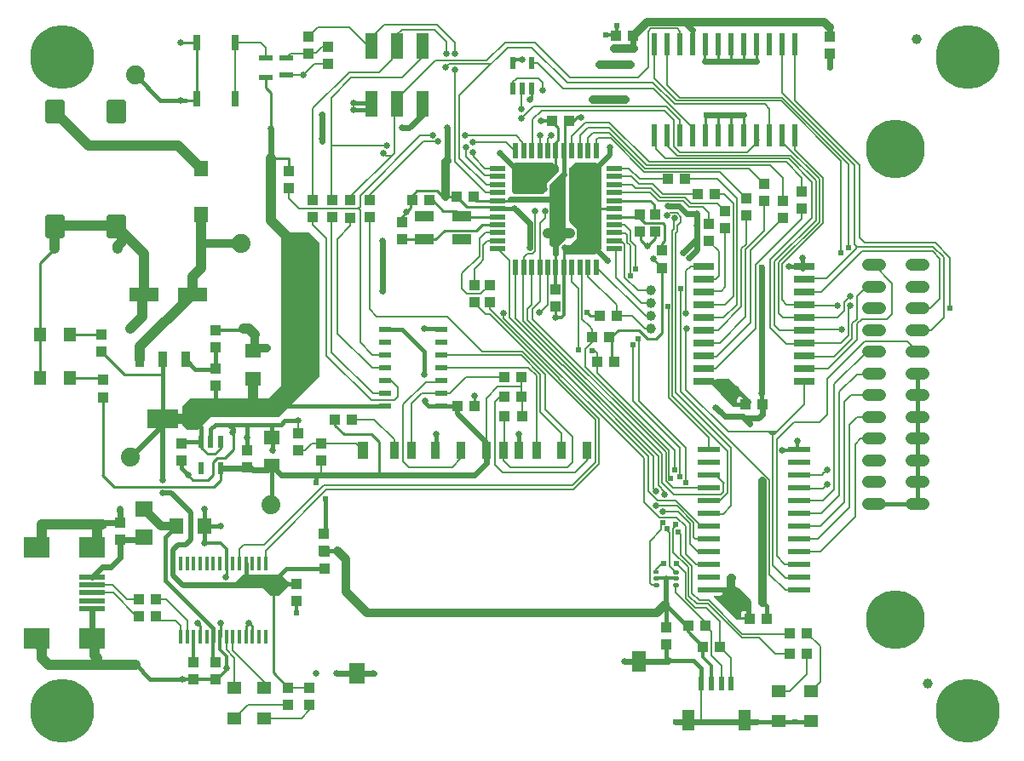
<source format=gbr>
G04 EAGLE Gerber RS-274X export*
G75*
%MOMM*%
%FSLAX34Y34*%
%LPD*%
%INTop Copper*%
%IPPOS*%
%AMOC8*
5,1,8,0,0,1.08239X$1,22.5*%
G01*
%ADD10R,1.000000X1.100000*%
%ADD11R,1.100000X1.000000*%
%ADD12C,1.000000*%
%ADD13R,1.400000X1.200000*%
%ADD14R,0.762000X1.524000*%
%ADD15R,1.200000X0.600000*%
%ADD16R,0.900000X1.800000*%
%ADD17R,1.400000X2.000000*%
%ADD18R,1.527000X2.000000*%
%ADD19R,1.100000X1.800000*%
%ADD20R,1.400000X1.600000*%
%ADD21R,1.800000X1.600000*%
%ADD22R,0.550000X1.200000*%
%ADD23R,1.500000X0.500000*%
%ADD24R,0.500000X1.500000*%
%ADD25R,1.600000X1.400000*%
%ADD26R,3.000000X1.400000*%
%ADD27R,0.812800X1.524000*%
%ADD28R,3.124200X1.905000*%
%ADD29R,1.470000X1.524000*%
%ADD30C,0.600000*%
%ADD31R,1.900000X1.100000*%
%ADD32C,1.219200*%
%ADD33C,5.842000*%
%ADD34R,1.200000X1.400000*%
%ADD35R,1.270000X2.540000*%
%ADD36R,2.032000X0.660400*%
%ADD37C,6.350000*%
%ADD38R,2.500000X0.500000*%
%ADD39R,2.500000X2.000000*%
%ADD40C,1.879600*%
%ADD41R,0.348000X1.397000*%
%ADD42R,1.320800X0.558800*%
%ADD43R,0.558800X2.311400*%
%ADD44R,2.311400X0.558800*%
%ADD45R,0.600000X1.350000*%
%ADD46R,1.200000X2.000000*%
%ADD47R,0.600000X0.420000*%
%ADD48C,0.420000*%
%ADD49C,0.127000*%
%ADD50C,0.635000*%
%ADD51C,0.177800*%
%ADD52C,0.150000*%
%ADD53C,0.254000*%
%ADD54C,0.609600*%
%ADD55C,0.406400*%
%ADD56C,1.016000*%
%ADD57C,0.508000*%
%ADD58C,0.304800*%
%ADD59C,0.812800*%
%ADD60C,0.604000*%
%ADD61C,0.152400*%
%ADD62C,0.200000*%

G36*
X185042Y329373D02*
X185042Y329373D01*
X185084Y329371D01*
X185151Y329393D01*
X185221Y329405D01*
X185257Y329427D01*
X185298Y329440D01*
X185371Y329494D01*
X185414Y329520D01*
X185427Y329536D01*
X185448Y329552D01*
X197763Y341866D01*
X265000Y341866D01*
X265042Y341873D01*
X265084Y341871D01*
X265151Y341893D01*
X265221Y341905D01*
X265257Y341927D01*
X265298Y341940D01*
X265371Y341994D01*
X265414Y342020D01*
X265427Y342036D01*
X265448Y342052D01*
X305448Y382052D01*
X305473Y382086D01*
X305504Y382115D01*
X305536Y382178D01*
X305577Y382236D01*
X305587Y382277D01*
X305607Y382315D01*
X305620Y382404D01*
X305633Y382453D01*
X305630Y382474D01*
X305634Y382500D01*
X305634Y515000D01*
X305627Y515042D01*
X305629Y515084D01*
X305607Y515151D01*
X305595Y515221D01*
X305573Y515257D01*
X305560Y515298D01*
X305506Y515371D01*
X305480Y515414D01*
X305464Y515427D01*
X305448Y515448D01*
X295448Y525448D01*
X295414Y525473D01*
X295385Y525504D01*
X295322Y525536D01*
X295264Y525577D01*
X295223Y525587D01*
X295185Y525607D01*
X295096Y525620D01*
X295047Y525633D01*
X295026Y525630D01*
X295000Y525634D01*
X273000Y525634D01*
X272958Y525627D01*
X272916Y525629D01*
X272849Y525607D01*
X272779Y525595D01*
X272743Y525573D01*
X272702Y525560D01*
X272629Y525506D01*
X272586Y525480D01*
X272573Y525464D01*
X272552Y525448D01*
X267552Y520448D01*
X267527Y520414D01*
X267496Y520385D01*
X267464Y520322D01*
X267423Y520264D01*
X267413Y520223D01*
X267393Y520185D01*
X267380Y520096D01*
X267368Y520047D01*
X267370Y520026D01*
X267366Y520000D01*
X267366Y373263D01*
X254737Y360634D01*
X177500Y360634D01*
X177458Y360627D01*
X177416Y360629D01*
X177349Y360607D01*
X177279Y360595D01*
X177243Y360573D01*
X177202Y360560D01*
X177129Y360506D01*
X177086Y360480D01*
X177073Y360464D01*
X177052Y360448D01*
X169552Y352948D01*
X169527Y352914D01*
X169496Y352885D01*
X169464Y352822D01*
X169423Y352764D01*
X169413Y352723D01*
X169393Y352685D01*
X169380Y352596D01*
X169368Y352547D01*
X169370Y352526D01*
X169366Y352500D01*
X169366Y335000D01*
X169373Y334958D01*
X169371Y334916D01*
X169393Y334849D01*
X169405Y334779D01*
X169427Y334743D01*
X169440Y334702D01*
X169494Y334629D01*
X169520Y334586D01*
X169536Y334573D01*
X169552Y334552D01*
X174552Y329552D01*
X174586Y329527D01*
X174615Y329496D01*
X174678Y329464D01*
X174736Y329423D01*
X174777Y329413D01*
X174815Y329393D01*
X174904Y329380D01*
X174953Y329368D01*
X174974Y329370D01*
X175000Y329366D01*
X185000Y329366D01*
X185042Y329373D01*
G37*
G36*
X580090Y504254D02*
X580090Y504254D01*
X580181Y504261D01*
X580211Y504273D01*
X580243Y504279D01*
X580323Y504321D01*
X580407Y504357D01*
X580439Y504383D01*
X580460Y504394D01*
X580482Y504417D01*
X580538Y504462D01*
X585538Y509462D01*
X585591Y509536D01*
X585651Y509605D01*
X585663Y509635D01*
X585682Y509661D01*
X585709Y509748D01*
X585743Y509833D01*
X585747Y509874D01*
X585754Y509897D01*
X585753Y509929D01*
X585761Y510000D01*
X585761Y590000D01*
X585747Y590090D01*
X585739Y590181D01*
X585727Y590211D01*
X585722Y590243D01*
X585679Y590323D01*
X585643Y590407D01*
X585617Y590439D01*
X585606Y590460D01*
X585583Y590482D01*
X585538Y590538D01*
X580538Y595538D01*
X580464Y595591D01*
X580395Y595651D01*
X580365Y595663D01*
X580339Y595682D01*
X580252Y595709D01*
X580167Y595743D01*
X580126Y595747D01*
X580103Y595754D01*
X580071Y595753D01*
X580000Y595761D01*
X560000Y595761D01*
X559910Y595747D01*
X559819Y595739D01*
X559789Y595727D01*
X559757Y595722D01*
X559677Y595679D01*
X559593Y595643D01*
X559561Y595617D01*
X559540Y595606D01*
X559518Y595583D01*
X559462Y595538D01*
X554462Y590538D01*
X554409Y590464D01*
X554349Y590395D01*
X554337Y590365D01*
X554318Y590339D01*
X554291Y590252D01*
X554257Y590167D01*
X554253Y590126D01*
X554246Y590103D01*
X554247Y590071D01*
X554239Y590000D01*
X554239Y537000D01*
X554254Y536910D01*
X554261Y536819D01*
X554273Y536789D01*
X554279Y536757D01*
X554321Y536677D01*
X554357Y536593D01*
X554383Y536561D01*
X554394Y536540D01*
X554417Y536518D01*
X554445Y536482D01*
X554446Y536482D01*
X554446Y536481D01*
X554462Y536462D01*
X561739Y529185D01*
X561739Y520315D01*
X549462Y508038D01*
X549409Y507964D01*
X549349Y507895D01*
X549337Y507865D01*
X549318Y507839D01*
X549291Y507752D01*
X549257Y507667D01*
X549253Y507626D01*
X549246Y507603D01*
X549247Y507571D01*
X549239Y507500D01*
X549239Y505000D01*
X549242Y504980D01*
X549240Y504961D01*
X549262Y504859D01*
X549279Y504757D01*
X549288Y504740D01*
X549292Y504720D01*
X549345Y504631D01*
X549394Y504540D01*
X549408Y504526D01*
X549418Y504509D01*
X549497Y504442D01*
X549572Y504371D01*
X549590Y504362D01*
X549605Y504349D01*
X549701Y504310D01*
X549795Y504267D01*
X549815Y504265D01*
X549833Y504257D01*
X550000Y504239D01*
X580000Y504239D01*
X580090Y504254D01*
G37*
G36*
X527590Y564254D02*
X527590Y564254D01*
X527681Y564261D01*
X527711Y564273D01*
X527743Y564279D01*
X527823Y564321D01*
X527907Y564357D01*
X527939Y564383D01*
X527960Y564394D01*
X527982Y564417D01*
X528038Y564462D01*
X531538Y567962D01*
X531591Y568036D01*
X531651Y568105D01*
X531663Y568135D01*
X531682Y568161D01*
X531709Y568248D01*
X531743Y568333D01*
X531747Y568374D01*
X531754Y568397D01*
X531753Y568429D01*
X531761Y568500D01*
X531761Y574685D01*
X543038Y585962D01*
X543091Y586036D01*
X543151Y586105D01*
X543163Y586135D01*
X543182Y586161D01*
X543209Y586248D01*
X543243Y586333D01*
X543247Y586374D01*
X543254Y586397D01*
X543253Y586429D01*
X543261Y586500D01*
X543261Y590000D01*
X543247Y590090D01*
X543239Y590181D01*
X543227Y590211D01*
X543222Y590243D01*
X543179Y590323D01*
X543143Y590407D01*
X543117Y590439D01*
X543106Y590460D01*
X543083Y590482D01*
X543038Y590538D01*
X538038Y595538D01*
X537964Y595591D01*
X537895Y595651D01*
X537865Y595663D01*
X537839Y595682D01*
X537752Y595709D01*
X537667Y595743D01*
X537626Y595747D01*
X537603Y595754D01*
X537571Y595753D01*
X537500Y595761D01*
X500000Y595761D01*
X499910Y595747D01*
X499819Y595739D01*
X499789Y595727D01*
X499757Y595722D01*
X499677Y595679D01*
X499593Y595643D01*
X499561Y595617D01*
X499540Y595606D01*
X499518Y595583D01*
X499462Y595538D01*
X496962Y593038D01*
X496909Y592964D01*
X496849Y592895D01*
X496837Y592865D01*
X496818Y592839D01*
X496791Y592752D01*
X496757Y592667D01*
X496753Y592626D01*
X496746Y592603D01*
X496747Y592571D01*
X496739Y592500D01*
X496739Y567500D01*
X496754Y567410D01*
X496761Y567319D01*
X496773Y567289D01*
X496779Y567257D01*
X496821Y567177D01*
X496857Y567093D01*
X496883Y567061D01*
X496894Y567040D01*
X496917Y567018D01*
X496962Y566962D01*
X499462Y564462D01*
X499536Y564409D01*
X499605Y564349D01*
X499635Y564337D01*
X499661Y564318D01*
X499748Y564291D01*
X499833Y564257D01*
X499874Y564253D01*
X499897Y564246D01*
X499929Y564247D01*
X500000Y564239D01*
X527500Y564239D01*
X527590Y564254D01*
G37*
G36*
X265042Y164373D02*
X265042Y164373D01*
X265084Y164371D01*
X265151Y164393D01*
X265221Y164405D01*
X265257Y164427D01*
X265298Y164440D01*
X265371Y164494D01*
X265414Y164520D01*
X265427Y164536D01*
X265448Y164552D01*
X274773Y173877D01*
X274798Y173911D01*
X274829Y173940D01*
X274861Y174003D01*
X274902Y174061D01*
X274912Y174102D01*
X274932Y174140D01*
X274945Y174229D01*
X274958Y174278D01*
X274955Y174299D01*
X274959Y174325D01*
X274959Y174731D01*
X275000Y174731D01*
X275065Y174742D01*
X275131Y174744D01*
X275174Y174762D01*
X275221Y174770D01*
X275278Y174804D01*
X275338Y174829D01*
X275373Y174861D01*
X275414Y174885D01*
X275456Y174936D01*
X275504Y174980D01*
X275526Y175022D01*
X275555Y175059D01*
X275576Y175121D01*
X275607Y175180D01*
X275615Y175234D01*
X275627Y175271D01*
X275626Y175311D01*
X275634Y175365D01*
X275634Y176635D01*
X275623Y176700D01*
X275621Y176765D01*
X275603Y176809D01*
X275595Y176856D01*
X275561Y176913D01*
X275536Y176973D01*
X275505Y177008D01*
X275480Y177049D01*
X275429Y177090D01*
X275385Y177139D01*
X275343Y177161D01*
X275306Y177190D01*
X275244Y177211D01*
X275185Y177241D01*
X275131Y177250D01*
X275094Y177262D01*
X275054Y177261D01*
X275000Y177269D01*
X274959Y177269D01*
X274959Y178175D01*
X274952Y178217D01*
X274954Y178259D01*
X274932Y178326D01*
X274920Y178396D01*
X274898Y178432D01*
X274885Y178473D01*
X274831Y178546D01*
X274805Y178589D01*
X274789Y178602D01*
X274773Y178623D01*
X267948Y185448D01*
X267914Y185473D01*
X267885Y185504D01*
X267822Y185536D01*
X267764Y185577D01*
X267723Y185587D01*
X267685Y185607D01*
X267596Y185620D01*
X267547Y185633D01*
X267526Y185630D01*
X267500Y185634D01*
X230000Y185634D01*
X229958Y185627D01*
X229916Y185629D01*
X229849Y185607D01*
X229779Y185595D01*
X229743Y185573D01*
X229702Y185560D01*
X229629Y185506D01*
X229586Y185480D01*
X229573Y185464D01*
X229552Y185448D01*
X222237Y178134D01*
X170000Y178134D01*
X169935Y178123D01*
X169869Y178121D01*
X169826Y178103D01*
X169779Y178095D01*
X169722Y178061D01*
X169662Y178036D01*
X169627Y178005D01*
X169586Y177980D01*
X169545Y177929D01*
X169496Y177885D01*
X169474Y177843D01*
X169445Y177806D01*
X169424Y177744D01*
X169393Y177685D01*
X169385Y177631D01*
X169373Y177594D01*
X169374Y177554D01*
X169366Y177500D01*
X169366Y172500D01*
X169377Y172435D01*
X169379Y172369D01*
X169397Y172326D01*
X169405Y172279D01*
X169439Y172222D01*
X169464Y172162D01*
X169495Y172127D01*
X169520Y172086D01*
X169571Y172045D01*
X169615Y171996D01*
X169657Y171974D01*
X169694Y171945D01*
X169756Y171924D01*
X169815Y171893D01*
X169869Y171885D01*
X169906Y171873D01*
X169946Y171874D01*
X170000Y171866D01*
X249737Y171866D01*
X257052Y164552D01*
X257086Y164527D01*
X257115Y164496D01*
X257178Y164464D01*
X257236Y164423D01*
X257277Y164413D01*
X257315Y164393D01*
X257404Y164380D01*
X257453Y164368D01*
X257474Y164370D01*
X257500Y164366D01*
X265000Y164366D01*
X265042Y164373D01*
G37*
G36*
X542590Y511754D02*
X542590Y511754D01*
X542681Y511761D01*
X542711Y511773D01*
X542743Y511779D01*
X542823Y511821D01*
X542907Y511857D01*
X542939Y511883D01*
X542960Y511894D01*
X542982Y511917D01*
X543038Y511962D01*
X550538Y519462D01*
X550591Y519536D01*
X550651Y519605D01*
X550663Y519635D01*
X550682Y519661D01*
X550709Y519748D01*
X550743Y519833D01*
X550747Y519874D01*
X550754Y519897D01*
X550753Y519929D01*
X550761Y520000D01*
X550761Y587500D01*
X550750Y587571D01*
X550748Y587642D01*
X550730Y587691D01*
X550722Y587743D01*
X550688Y587806D01*
X550663Y587873D01*
X550631Y587914D01*
X550606Y587960D01*
X550555Y588009D01*
X550510Y588065D01*
X550466Y588094D01*
X550428Y588130D01*
X550363Y588160D01*
X550303Y588198D01*
X550252Y588211D01*
X550205Y588233D01*
X550134Y588241D01*
X550064Y588259D01*
X550012Y588254D01*
X549961Y588260D01*
X549890Y588245D01*
X549819Y588239D01*
X549771Y588219D01*
X549720Y588208D01*
X549659Y588171D01*
X549593Y588143D01*
X549537Y588098D01*
X549509Y588082D01*
X549494Y588064D01*
X549462Y588038D01*
X534462Y573038D01*
X534409Y572964D01*
X534349Y572895D01*
X534337Y572865D01*
X534318Y572839D01*
X534291Y572752D01*
X534257Y572667D01*
X534253Y572626D01*
X534246Y572603D01*
X534247Y572571D01*
X534239Y572500D01*
X534239Y515000D01*
X534254Y514910D01*
X534261Y514819D01*
X534273Y514789D01*
X534279Y514757D01*
X534321Y514677D01*
X534357Y514593D01*
X534383Y514561D01*
X534394Y514540D01*
X534417Y514518D01*
X534462Y514462D01*
X536962Y511962D01*
X537036Y511909D01*
X537105Y511849D01*
X537135Y511837D01*
X537161Y511818D01*
X537248Y511791D01*
X537333Y511757D01*
X537374Y511753D01*
X537397Y511746D01*
X537429Y511747D01*
X537500Y511739D01*
X542500Y511739D01*
X542590Y511754D01*
G37*
G36*
X732347Y140514D02*
X732347Y140514D01*
X732396Y140515D01*
X732464Y140541D01*
X732536Y140558D01*
X732578Y140584D01*
X732624Y140601D01*
X732681Y140648D01*
X732743Y140686D01*
X732775Y140724D01*
X732813Y140756D01*
X732852Y140818D01*
X732898Y140875D01*
X732916Y140921D01*
X732942Y140963D01*
X732959Y141034D01*
X732985Y141103D01*
X732992Y141176D01*
X732997Y141200D01*
X732996Y141217D01*
X732999Y141250D01*
X732999Y142001D01*
X733000Y142001D01*
X733024Y142005D01*
X733049Y142002D01*
X733144Y142025D01*
X733241Y142041D01*
X733262Y142052D01*
X733286Y142058D01*
X733370Y142109D01*
X733456Y142156D01*
X733473Y142173D01*
X733494Y142186D01*
X733556Y142262D01*
X733623Y142334D01*
X733633Y142356D01*
X733649Y142375D01*
X733683Y142466D01*
X733724Y142556D01*
X733726Y142580D01*
X733735Y142603D01*
X733749Y142750D01*
X733749Y157000D01*
X733746Y157018D01*
X733748Y157033D01*
X733734Y157090D01*
X733733Y157096D01*
X733724Y157193D01*
X733714Y157216D01*
X733710Y157241D01*
X733664Y157327D01*
X733623Y157416D01*
X733602Y157441D01*
X733595Y157456D01*
X733576Y157473D01*
X733530Y157530D01*
X720030Y171030D01*
X719950Y171087D01*
X719875Y171149D01*
X719852Y171157D01*
X719831Y171172D01*
X719738Y171200D01*
X719647Y171235D01*
X719614Y171238D01*
X719598Y171243D01*
X719573Y171242D01*
X719500Y171249D01*
X697500Y171249D01*
X697476Y171245D01*
X697451Y171248D01*
X697356Y171226D01*
X697259Y171210D01*
X697238Y171198D01*
X697214Y171192D01*
X697130Y171141D01*
X697044Y171095D01*
X697027Y171077D01*
X697006Y171064D01*
X696944Y170988D01*
X696877Y170917D01*
X696867Y170894D01*
X696852Y170875D01*
X696817Y170784D01*
X696776Y170694D01*
X696774Y170670D01*
X696765Y170647D01*
X696751Y170500D01*
X696751Y169503D01*
X696755Y169479D01*
X696752Y169454D01*
X696775Y169359D01*
X696790Y169262D01*
X696802Y169241D01*
X696808Y169217D01*
X696859Y169133D01*
X696905Y169047D01*
X696923Y169030D01*
X696936Y169009D01*
X697012Y168947D01*
X697084Y168880D01*
X697106Y168870D01*
X697125Y168854D01*
X697216Y168820D01*
X697306Y168779D01*
X697330Y168777D01*
X697353Y168768D01*
X697500Y168754D01*
X706386Y168754D01*
X706386Y167022D01*
X706213Y166375D01*
X705878Y165796D01*
X705405Y165323D01*
X704826Y164988D01*
X704179Y164815D01*
X698434Y164815D01*
X698361Y164803D01*
X698288Y164801D01*
X698242Y164784D01*
X698193Y164776D01*
X698128Y164741D01*
X698060Y164715D01*
X698021Y164684D01*
X697978Y164661D01*
X697928Y164607D01*
X697871Y164560D01*
X697845Y164518D01*
X697811Y164483D01*
X697781Y164416D01*
X697742Y164353D01*
X697731Y164305D01*
X697710Y164260D01*
X697703Y164187D01*
X697686Y164116D01*
X697691Y164067D01*
X697686Y164017D01*
X697703Y163946D01*
X697710Y163873D01*
X697730Y163828D01*
X697742Y163780D01*
X697780Y163717D01*
X697811Y163650D01*
X697857Y163594D01*
X697870Y163572D01*
X697883Y163562D01*
X697904Y163536D01*
X720470Y140970D01*
X720550Y140913D01*
X720625Y140852D01*
X720648Y140843D01*
X720669Y140828D01*
X720762Y140800D01*
X720853Y140765D01*
X720886Y140762D01*
X720902Y140757D01*
X720927Y140758D01*
X721000Y140751D01*
X731690Y140751D01*
X731720Y140720D01*
X731780Y140677D01*
X731833Y140627D01*
X731878Y140607D01*
X731918Y140578D01*
X731989Y140557D01*
X732056Y140526D01*
X732105Y140522D01*
X732152Y140507D01*
X732225Y140510D01*
X732298Y140502D01*
X732347Y140514D01*
G37*
G36*
X728430Y354377D02*
X728430Y354377D01*
X728495Y354379D01*
X728539Y354397D01*
X728586Y354405D01*
X728642Y354439D01*
X728703Y354464D01*
X728738Y354495D01*
X728779Y354520D01*
X728820Y354571D01*
X728869Y354615D01*
X728891Y354657D01*
X728920Y354694D01*
X728941Y354756D01*
X728971Y354815D01*
X728980Y354869D01*
X728992Y354906D01*
X728991Y354946D01*
X728999Y355000D01*
X728999Y355001D01*
X729635Y355001D01*
X729700Y355013D01*
X729765Y355014D01*
X729809Y355032D01*
X729856Y355041D01*
X729913Y355074D01*
X729973Y355099D01*
X730008Y355131D01*
X730049Y355155D01*
X730090Y355206D01*
X730139Y355250D01*
X730161Y355292D01*
X730190Y355329D01*
X730211Y355391D01*
X730241Y355450D01*
X730250Y355504D01*
X730262Y355541D01*
X730261Y355581D01*
X730269Y355635D01*
X730269Y362865D01*
X730262Y362907D01*
X730264Y362949D01*
X730242Y363016D01*
X730229Y363086D01*
X730208Y363122D01*
X730195Y363163D01*
X730141Y363236D01*
X730115Y363279D01*
X730099Y363292D01*
X730083Y363314D01*
X712948Y380448D01*
X712914Y380473D01*
X712885Y380504D01*
X712822Y380536D01*
X712764Y380577D01*
X712723Y380587D01*
X712685Y380607D01*
X712596Y380620D01*
X712547Y380633D01*
X712526Y380630D01*
X712500Y380634D01*
X700543Y380634D01*
X700478Y380623D01*
X700412Y380621D01*
X700369Y380603D01*
X700322Y380595D01*
X700265Y380561D01*
X700205Y380536D01*
X700170Y380505D01*
X700129Y380480D01*
X700087Y380429D01*
X700039Y380385D01*
X700017Y380343D01*
X699988Y380306D01*
X699967Y380244D01*
X699936Y380185D01*
X699928Y380131D01*
X699916Y380094D01*
X699917Y380054D01*
X699909Y380000D01*
X699909Y379119D01*
X695000Y379119D01*
X694935Y379108D01*
X694869Y379106D01*
X694826Y379088D01*
X694779Y379079D01*
X694722Y379046D01*
X694662Y379021D01*
X694627Y378989D01*
X694586Y378965D01*
X694545Y378914D01*
X694496Y378870D01*
X694474Y378828D01*
X694445Y378791D01*
X694424Y378729D01*
X694393Y378670D01*
X694385Y378616D01*
X694373Y378579D01*
X694373Y378562D01*
X694373Y378561D01*
X694373Y378536D01*
X694366Y378485D01*
X694366Y377500D01*
X694373Y377458D01*
X694371Y377416D01*
X694393Y377349D01*
X694405Y377279D01*
X694427Y377243D01*
X694440Y377202D01*
X694494Y377129D01*
X694520Y377086D01*
X694536Y377073D01*
X694552Y377052D01*
X694836Y376767D01*
X694871Y376742D01*
X694900Y376711D01*
X694963Y376679D01*
X695021Y376638D01*
X695062Y376628D01*
X695100Y376608D01*
X695189Y376595D01*
X695238Y376583D01*
X695259Y376585D01*
X695285Y376581D01*
X699909Y376581D01*
X699909Y374213D01*
X699736Y373567D01*
X699375Y372943D01*
X699374Y372942D01*
X699373Y372939D01*
X699359Y372916D01*
X699350Y372891D01*
X699328Y372859D01*
X699312Y372796D01*
X699286Y372735D01*
X699285Y372710D01*
X699283Y372705D01*
X699283Y372684D01*
X699273Y372642D01*
X699279Y372577D01*
X699276Y372511D01*
X699285Y372483D01*
X699285Y372480D01*
X699290Y372468D01*
X699291Y372466D01*
X699296Y372419D01*
X699325Y372360D01*
X699345Y372297D01*
X699378Y372253D01*
X699395Y372218D01*
X699424Y372191D01*
X699457Y372146D01*
X717052Y354552D01*
X717086Y354527D01*
X717115Y354496D01*
X717178Y354464D01*
X717236Y354423D01*
X717277Y354413D01*
X717315Y354393D01*
X717404Y354380D01*
X717453Y354368D01*
X717474Y354370D01*
X717500Y354366D01*
X728365Y354366D01*
X728430Y354377D01*
G37*
%LPC*%
G36*
X720959Y356269D02*
X720959Y356269D01*
X720959Y360335D01*
X721132Y360981D01*
X721467Y361560D01*
X721940Y362033D01*
X722519Y362368D01*
X723165Y362541D01*
X727731Y362541D01*
X727731Y356269D01*
X720959Y356269D01*
G37*
%LPD*%
%LPC*%
G36*
X724959Y143499D02*
X724959Y143499D01*
X724959Y147334D01*
X725132Y147981D01*
X725467Y148560D01*
X725940Y149033D01*
X726519Y149368D01*
X727166Y149541D01*
X731501Y149541D01*
X731501Y143499D01*
X724959Y143499D01*
G37*
%LPD*%
G36*
X757508Y324494D02*
X757508Y324494D01*
X757515Y324493D01*
X757605Y324514D01*
X757697Y324532D01*
X757703Y324537D01*
X757711Y324539D01*
X757859Y324641D01*
X760359Y327141D01*
X760360Y327144D01*
X760362Y327145D01*
X760415Y327226D01*
X760470Y327308D01*
X760470Y327311D01*
X760472Y327313D01*
X760489Y327409D01*
X760507Y327505D01*
X760507Y327508D01*
X760507Y327510D01*
X760486Y327607D01*
X760466Y327701D01*
X760464Y327703D01*
X760464Y327706D01*
X760407Y327786D01*
X760351Y327866D01*
X760349Y327867D01*
X760348Y327869D01*
X760265Y327921D01*
X760182Y327973D01*
X760180Y327974D01*
X760177Y327975D01*
X760000Y328007D01*
X752500Y328007D01*
X752497Y328007D01*
X752495Y328007D01*
X752400Y327987D01*
X752304Y327968D01*
X752301Y327966D01*
X752299Y327966D01*
X752218Y327910D01*
X752138Y327855D01*
X752136Y327853D01*
X752134Y327851D01*
X752081Y327768D01*
X752028Y327687D01*
X752028Y327684D01*
X752027Y327682D01*
X752010Y327586D01*
X751993Y327490D01*
X751993Y327487D01*
X751993Y327485D01*
X752015Y327391D01*
X752036Y327294D01*
X752038Y327292D01*
X752039Y327289D01*
X752141Y327141D01*
X754641Y324641D01*
X754648Y324637D01*
X754652Y324631D01*
X754731Y324582D01*
X754808Y324530D01*
X754816Y324529D01*
X754823Y324525D01*
X755000Y324493D01*
X757500Y324493D01*
X757508Y324494D01*
G37*
D10*
X639420Y543900D03*
X639420Y526900D03*
D11*
X773200Y106820D03*
X790200Y106820D03*
D10*
X314450Y710400D03*
X314450Y693400D03*
D11*
X537100Y636700D03*
X554100Y636700D03*
D12*
X910200Y76920D03*
X899300Y718120D03*
D13*
X762370Y69800D03*
X762370Y39800D03*
D14*
X183750Y658760D03*
X183750Y714640D03*
X221850Y658760D03*
X221850Y714640D03*
D11*
X489900Y343500D03*
X506900Y343500D03*
X337900Y339500D03*
X320900Y339500D03*
X489400Y362400D03*
X506400Y362400D03*
D15*
X427200Y353300D03*
X427200Y366000D03*
X427200Y378700D03*
X427200Y391400D03*
X427200Y404100D03*
X427200Y416800D03*
X427200Y429500D03*
X371200Y429500D03*
X371200Y416800D03*
X371200Y404100D03*
X371200Y391400D03*
X371200Y378700D03*
X371200Y366000D03*
X371200Y353300D03*
D11*
X489400Y381900D03*
X506400Y381900D03*
D16*
X546300Y309200D03*
X521300Y309200D03*
X503800Y309200D03*
X488800Y309200D03*
X471300Y309200D03*
X446300Y309200D03*
X421300Y309200D03*
X397100Y309200D03*
X380100Y309200D03*
D17*
X623560Y99200D03*
D18*
X342710Y87700D03*
D19*
X348600Y309200D03*
D16*
X571300Y309200D03*
D10*
X107300Y220600D03*
X107300Y237600D03*
X274600Y73400D03*
X274600Y56400D03*
X475100Y473900D03*
X475100Y456900D03*
X459600Y473900D03*
X459600Y456900D03*
X202700Y98400D03*
X202700Y81400D03*
D20*
X191600Y234000D03*
X163600Y234000D03*
D11*
X126600Y161500D03*
X143600Y161500D03*
X126600Y144000D03*
X143600Y144000D03*
D10*
X180400Y98600D03*
X180400Y81600D03*
D13*
X221000Y42700D03*
X221000Y72700D03*
X251000Y42700D03*
X251000Y72700D03*
D21*
X131500Y222600D03*
X131500Y250600D03*
D22*
X497700Y668799D03*
X507200Y668799D03*
X516700Y668799D03*
X516700Y694801D03*
X497700Y694801D03*
D23*
X482700Y589600D03*
X482700Y581600D03*
X482700Y573600D03*
X482700Y565600D03*
X482700Y557600D03*
X482700Y549600D03*
X482700Y541600D03*
X482700Y533600D03*
X482700Y525600D03*
X482700Y517600D03*
X482700Y509600D03*
D24*
X500700Y491600D03*
X508700Y491600D03*
X516700Y491600D03*
X524700Y491600D03*
X532700Y491600D03*
X540700Y491600D03*
X548700Y491600D03*
X556700Y491600D03*
X564700Y491600D03*
X572700Y491600D03*
X580700Y491600D03*
D23*
X598700Y509600D03*
X598700Y517600D03*
X598700Y525600D03*
X598700Y533600D03*
X598700Y541600D03*
X598700Y549600D03*
X598700Y557600D03*
X598700Y565600D03*
X598700Y573600D03*
X598700Y581600D03*
X598700Y589600D03*
D24*
X580700Y607600D03*
X572700Y607600D03*
X564700Y607600D03*
X556700Y607600D03*
X548700Y607600D03*
X540700Y607600D03*
X532700Y607600D03*
X524700Y607600D03*
X516700Y607600D03*
X508700Y607600D03*
X500700Y607600D03*
D10*
X646500Y490800D03*
X646500Y507800D03*
X540600Y452200D03*
X540600Y469200D03*
D11*
X441800Y561200D03*
X458800Y561200D03*
D10*
X623700Y543800D03*
X623700Y526800D03*
D25*
X239900Y408600D03*
X239900Y380600D03*
D10*
X168500Y316400D03*
X168500Y299400D03*
D26*
X179500Y464500D03*
X131500Y464500D03*
D22*
X207300Y317601D03*
X197800Y317601D03*
X188300Y317601D03*
X188300Y291599D03*
X207300Y291599D03*
D10*
X234000Y292100D03*
X234000Y309100D03*
D27*
X172507Y400200D03*
X149800Y400200D03*
X126915Y400200D03*
D28*
X149800Y340790D03*
D10*
X202500Y428800D03*
X202500Y411800D03*
X202500Y390300D03*
X202500Y373300D03*
D25*
X258300Y321800D03*
X258300Y293800D03*
D29*
X188300Y589370D03*
X188300Y543830D03*
D30*
X49600Y637400D02*
X35600Y637400D01*
X35600Y655400D01*
X49600Y655400D01*
X49600Y637400D01*
X49600Y643100D02*
X35600Y643100D01*
X35600Y648800D02*
X49600Y648800D01*
X49600Y654500D02*
X35600Y654500D01*
X35600Y523400D02*
X49600Y523400D01*
X35600Y523400D02*
X35600Y541400D01*
X49600Y541400D01*
X49600Y523400D01*
X49600Y529100D02*
X35600Y529100D01*
X35600Y534800D02*
X49600Y534800D01*
X49600Y540500D02*
X35600Y540500D01*
X96600Y637400D02*
X110600Y637400D01*
X96600Y637400D02*
X96600Y655400D01*
X110600Y655400D01*
X110600Y637400D01*
X110600Y643100D02*
X96600Y643100D01*
X96600Y648800D02*
X110600Y648800D01*
X110600Y654500D02*
X96600Y654500D01*
X96600Y523400D02*
X110600Y523400D01*
X96600Y523400D02*
X96600Y541400D01*
X110600Y541400D01*
X110600Y523400D01*
X110600Y529100D02*
X96600Y529100D01*
X96600Y534800D02*
X110600Y534800D01*
X110600Y540500D02*
X96600Y540500D01*
D31*
X447000Y541800D03*
X410000Y518800D03*
X447000Y518800D03*
X410000Y541800D03*
D11*
X397700Y558000D03*
X414700Y558000D03*
D10*
X388100Y535800D03*
X388100Y518800D03*
D32*
X850614Y493745D02*
X862806Y493745D01*
X862806Y472155D02*
X850614Y472155D01*
X850614Y450565D02*
X862806Y450565D01*
X862806Y428975D02*
X850614Y428975D01*
X850614Y407385D02*
X862806Y407385D01*
X862806Y385795D02*
X850614Y385795D01*
X850614Y364205D02*
X862806Y364205D01*
X862806Y342615D02*
X850614Y342615D01*
X850614Y321025D02*
X862806Y321025D01*
X862806Y299435D02*
X850614Y299435D01*
X850614Y277845D02*
X862806Y277845D01*
X862806Y256255D02*
X850614Y256255D01*
X893794Y493745D02*
X905986Y493745D01*
X905986Y472155D02*
X893794Y472155D01*
X893794Y450565D02*
X905986Y450565D01*
X905986Y428975D02*
X893794Y428975D01*
X893794Y407385D02*
X905986Y407385D01*
X905986Y385795D02*
X893794Y385795D01*
X893794Y364205D02*
X905986Y364205D01*
X905986Y342615D02*
X893794Y342615D01*
X893794Y321025D02*
X905986Y321025D01*
X905986Y299435D02*
X893794Y299435D01*
X893794Y277845D02*
X905986Y277845D01*
X905986Y256255D02*
X893794Y256255D01*
D33*
X878300Y608934D03*
X878300Y141066D03*
D10*
X296000Y73100D03*
X296000Y56100D03*
X89400Y424100D03*
X89400Y407100D03*
D34*
X58100Y424800D03*
X28100Y424800D03*
D10*
X90300Y379100D03*
X90300Y362100D03*
D34*
X58100Y381400D03*
X28100Y381400D03*
D11*
X773400Y127200D03*
X790400Y127200D03*
D13*
X794000Y69600D03*
X794000Y39600D03*
D11*
X600600Y721400D03*
X617600Y721400D03*
D10*
X812500Y703400D03*
X812500Y720400D03*
X355600Y540900D03*
X355600Y557900D03*
X318700Y540900D03*
X318700Y557900D03*
X299300Y540900D03*
X299300Y557900D03*
X336500Y540800D03*
X336500Y557800D03*
X275400Y586700D03*
X275400Y569700D03*
D11*
X750000Y142000D03*
X733000Y142000D03*
X443000Y353000D03*
X460000Y353000D03*
D10*
X307500Y299000D03*
X307500Y316000D03*
X285000Y309000D03*
X285000Y326000D03*
D35*
X407900Y711000D03*
X407900Y654000D03*
X382500Y711000D03*
X382500Y654000D03*
X357100Y711000D03*
X357100Y654000D03*
D36*
X787792Y377850D03*
X787792Y390550D03*
X787792Y403250D03*
X787792Y415950D03*
X787792Y428650D03*
X787792Y441350D03*
X787792Y454050D03*
X787792Y466750D03*
X687208Y466750D03*
X687208Y454050D03*
X687208Y441350D03*
X687208Y428650D03*
X687208Y415950D03*
X687208Y403250D03*
X687208Y390550D03*
X687208Y377850D03*
X787792Y479450D03*
X787792Y492150D03*
X687208Y479450D03*
X687208Y492150D03*
D11*
X746000Y355000D03*
X729000Y355000D03*
X601000Y443000D03*
X584000Y443000D03*
D37*
X50000Y50000D03*
X950000Y50000D03*
X950000Y700000D03*
X50000Y700000D03*
D38*
X80000Y167500D03*
X80000Y175500D03*
X80000Y151500D03*
X80000Y159500D03*
D39*
X25000Y122500D03*
X25000Y212500D03*
X80000Y122500D03*
X80000Y212500D03*
D38*
X80000Y183500D03*
D40*
X227500Y515000D03*
X117500Y302500D03*
X257500Y255000D03*
X122500Y682500D03*
D41*
X252250Y123440D03*
X245750Y123440D03*
X239250Y123440D03*
X232750Y123440D03*
X226250Y123440D03*
X219750Y123440D03*
X213250Y123440D03*
X200250Y123440D03*
X206750Y123440D03*
X193750Y123440D03*
X187250Y123440D03*
X180750Y123440D03*
X174250Y123440D03*
X167750Y123440D03*
X252250Y196560D03*
X245750Y196560D03*
X239250Y196560D03*
X232750Y196560D03*
X226250Y196560D03*
X219750Y196560D03*
X213250Y196560D03*
X206750Y196560D03*
X200250Y196560D03*
X193750Y196560D03*
X187250Y196560D03*
X180750Y196560D03*
X174250Y196560D03*
X167750Y196560D03*
D10*
X282500Y176000D03*
X282500Y159000D03*
D42*
X272660Y682253D03*
X272660Y699652D03*
X252340Y699652D03*
X252340Y680348D03*
D10*
X295000Y721000D03*
X295000Y704000D03*
X785000Y549500D03*
X785000Y566500D03*
X766000Y540000D03*
X766000Y557000D03*
X748000Y557000D03*
X748000Y574000D03*
X730000Y543000D03*
X730000Y560000D03*
D11*
X669000Y579000D03*
X652000Y579000D03*
X698500Y564000D03*
X681500Y564000D03*
D10*
X709000Y530500D03*
X709000Y547500D03*
X693000Y517500D03*
X693000Y534500D03*
D43*
X638650Y622788D03*
X651350Y622788D03*
X664050Y622788D03*
X676750Y622788D03*
X689450Y622788D03*
X702150Y622788D03*
X714850Y622788D03*
X727550Y622788D03*
X740250Y622788D03*
X752950Y622788D03*
X765650Y622788D03*
X778350Y622788D03*
X778350Y713212D03*
X765650Y713212D03*
X752950Y713212D03*
X740250Y713212D03*
X727550Y713212D03*
X714850Y713212D03*
X702150Y713212D03*
X689450Y713212D03*
X676750Y713212D03*
X664050Y713212D03*
X651350Y713212D03*
X638650Y713212D03*
D44*
X782712Y170150D03*
X782712Y182850D03*
X782712Y195550D03*
X782712Y208250D03*
X782712Y220950D03*
X782712Y233650D03*
X782712Y246350D03*
X782712Y259050D03*
X782712Y271750D03*
X782712Y284450D03*
X782712Y297150D03*
X782712Y309850D03*
X692288Y309850D03*
X692288Y297150D03*
X692288Y284450D03*
X692288Y271750D03*
X692288Y259050D03*
X692288Y246350D03*
X692288Y233650D03*
X692288Y220950D03*
X692288Y208250D03*
X692288Y195550D03*
X692288Y182850D03*
X692288Y170150D03*
D12*
X635000Y429900D03*
X635000Y442600D03*
X635000Y455300D03*
X635000Y468000D03*
D11*
X686500Y114000D03*
X703500Y114000D03*
X672000Y134500D03*
X689000Y134500D03*
D45*
X685000Y77500D03*
X695000Y77500D03*
X705000Y77500D03*
X715000Y77500D03*
D46*
X728000Y40750D03*
X672000Y40750D03*
D11*
X598500Y397000D03*
X581500Y397000D03*
X594000Y421500D03*
X577000Y421500D03*
D10*
X310500Y191500D03*
X310500Y208500D03*
X310000Y226000D03*
X310000Y209000D03*
X650000Y133500D03*
X650000Y116500D03*
D47*
X640500Y188500D03*
D48*
X639600Y182000D02*
X641400Y182000D01*
X641400Y175500D02*
X639600Y175500D01*
X658600Y175500D02*
X660400Y175500D01*
X660400Y182000D02*
X658600Y182000D01*
X658600Y188500D02*
X660400Y188500D01*
D49*
X336500Y557800D02*
X336500Y561500D01*
X377500Y602500D01*
X380000Y605000D01*
X470200Y589600D02*
X482700Y589600D01*
X470200Y589600D02*
X458800Y601000D01*
D50*
X458000Y606000D03*
X369000Y605000D03*
D49*
X371500Y602500D02*
X377500Y602500D01*
X371500Y602500D02*
X369000Y605000D01*
X458000Y606000D02*
X458800Y605200D01*
X458800Y601000D01*
X472000Y697000D02*
X490000Y715000D01*
X472000Y697000D02*
X421000Y697000D01*
X382500Y658500D01*
X382500Y654000D01*
D51*
X380000Y651500D01*
D49*
X380000Y605000D01*
X635500Y729000D02*
X661000Y729000D01*
X664050Y725950D02*
X664050Y713212D01*
X664050Y725950D02*
X661000Y729000D01*
D52*
X635500Y729000D02*
X632500Y726000D01*
X520000Y715000D02*
X490000Y715000D01*
X520000Y715000D02*
X555000Y680000D01*
X622500Y680000D01*
X632500Y690000D01*
X632500Y726000D01*
D49*
X317500Y611989D02*
X317500Y559100D01*
X317500Y660000D02*
X337500Y680000D01*
X387500Y680000D01*
X407900Y700400D02*
X407900Y711000D01*
X317500Y660000D02*
X317500Y611989D01*
X387500Y680000D02*
X407900Y700400D01*
X317500Y559100D02*
X318700Y557900D01*
X481800Y582500D02*
X482700Y581600D01*
X481800Y582500D02*
X470000Y582500D01*
X451000Y601500D01*
X451000Y610500D01*
D50*
X451000Y610500D03*
X372750Y611989D03*
D49*
X317500Y611989D01*
X382000Y710500D02*
X382500Y711000D01*
X382000Y710500D02*
X377500Y706000D01*
X377500Y697500D01*
X365000Y685000D01*
X335000Y685000D01*
X299300Y649300D02*
X299300Y557900D01*
X299300Y649300D02*
X335000Y685000D01*
X471400Y573600D02*
X482700Y573600D01*
X471400Y573600D02*
X445000Y600000D01*
X445000Y662500D01*
X465000Y682500D02*
X476000Y693500D01*
X465000Y682500D02*
X445000Y662500D01*
X434112Y693500D02*
X476000Y693500D01*
X434112Y693500D02*
X431000Y690388D01*
D50*
X431000Y690388D03*
X431500Y704000D03*
D49*
X431500Y716000D02*
X420000Y727500D01*
X387500Y727500D01*
X382000Y722000D02*
X382000Y710500D01*
X431500Y716000D02*
X431500Y704000D01*
X387500Y727500D02*
X382000Y722000D01*
X748401Y653599D02*
X753000Y649000D01*
D52*
X752950Y648950D01*
X752950Y622788D01*
X492500Y710000D02*
X465000Y682500D01*
D49*
X658505Y653599D02*
X748401Y653599D01*
X517000Y710000D02*
X492500Y710000D01*
X517000Y710000D02*
X552000Y675000D01*
X637104Y675000D01*
X658505Y653599D01*
D53*
X550000Y608900D02*
X548700Y607600D01*
X550000Y632600D02*
X554100Y636700D01*
X550000Y632600D02*
X550000Y608900D01*
X482700Y557600D02*
X461400Y557600D01*
X458800Y560200D01*
X458800Y561200D01*
X540700Y492500D02*
X540700Y491600D01*
X540700Y492500D02*
X540700Y504300D01*
X540000Y505000D01*
D54*
X540000Y525000D01*
X540000Y557500D01*
X540000Y575000D01*
X548700Y583700D01*
D55*
X548700Y607600D01*
D53*
X494144Y557600D02*
X482700Y557600D01*
X494144Y557600D02*
X495791Y559247D01*
D54*
X538253Y559247D01*
D53*
X540000Y557500D01*
X207300Y317601D02*
X207300Y311300D01*
X201500Y305500D01*
X194500Y305500D01*
X188300Y311700D01*
X188300Y317601D01*
D55*
X149800Y385000D02*
X149800Y400200D01*
X149800Y385000D02*
X149800Y340790D01*
D53*
X111500Y385000D02*
X89400Y407100D01*
X111500Y385000D02*
X149800Y385000D01*
D56*
X149800Y340790D02*
X173290Y340790D01*
X185000Y352500D01*
X202500Y352500D01*
X240000Y352500D01*
X260000Y352500D01*
X282500Y375000D01*
D55*
X179210Y340790D02*
X149800Y340790D01*
X188300Y331700D02*
X188300Y317601D01*
X188300Y331700D02*
X179210Y340790D01*
D56*
X239900Y380600D02*
X240000Y380500D01*
X240000Y352500D01*
D55*
X169701Y317601D02*
X168500Y316400D01*
X169701Y317601D02*
X188300Y317601D01*
D57*
X149800Y315200D02*
X149800Y340790D01*
D55*
X149800Y315200D02*
X150000Y315000D01*
D57*
X150000Y280000D01*
D50*
X150000Y280000D03*
X150000Y266500D03*
D56*
X257500Y537500D02*
X257500Y600000D01*
X257500Y537500D02*
X282500Y512500D01*
D53*
X275400Y586700D02*
X275400Y600000D01*
X257500Y600000D01*
D55*
X260800Y353300D02*
X371200Y353300D01*
X260800Y353300D02*
X260000Y352500D01*
D54*
X407900Y642900D02*
X407900Y654000D01*
X395000Y630000D02*
X387500Y630000D01*
D50*
X387500Y630000D03*
X257500Y629500D03*
D54*
X257500Y600000D01*
X395000Y630000D02*
X407900Y642900D01*
D53*
X554100Y636700D02*
X559200Y636700D01*
D58*
X562500Y640000D01*
X565500Y640000D01*
D50*
X565500Y640000D03*
X507473Y697500D03*
D58*
X500399Y697500D01*
D53*
X497700Y694801D01*
D56*
X282500Y480500D02*
X282500Y375000D01*
X282500Y480500D02*
X282500Y504500D01*
X282500Y512500D01*
D50*
X282500Y504500D03*
X555000Y525000D03*
D56*
X540000Y525000D01*
X290000Y492500D02*
X275000Y492500D01*
D50*
X290000Y492500D03*
X282500Y480500D03*
X542500Y525000D03*
D54*
X544000Y517500D02*
X544000Y575000D01*
D55*
X717500Y355000D02*
X729000Y355000D01*
X717500Y355000D02*
X695000Y377500D01*
D50*
X717000Y170500D03*
X720000Y370000D03*
D55*
X712500Y377500D01*
X695000Y377500D01*
X720000Y370000D02*
X732500Y357500D01*
D50*
X637500Y499500D03*
D55*
X202500Y373300D02*
X202500Y352500D01*
D51*
X732500Y141500D02*
X733000Y142000D01*
X731750Y140750D02*
X729250Y138250D01*
D58*
X544000Y575000D02*
X540000Y575000D01*
D51*
X687208Y377850D02*
X687558Y377500D01*
X695000Y377500D01*
D54*
X149800Y334800D02*
X117500Y302500D01*
D55*
X149800Y334800D02*
X149800Y340790D01*
D51*
X274600Y73400D02*
X295700Y73400D01*
X296000Y73100D01*
D57*
X158500Y266500D02*
X150000Y266500D01*
X158500Y266500D02*
X177500Y247500D01*
X177500Y220000D01*
X172500Y215000D01*
X165000Y215000D02*
X160000Y210000D01*
X160000Y185000D01*
D55*
X232750Y180250D02*
X232750Y196560D01*
D57*
X172500Y215000D02*
X165000Y215000D01*
X160000Y185000D02*
X170000Y175000D01*
X227500Y175000D01*
D55*
X232750Y180250D01*
D53*
X260000Y88000D02*
X274600Y73400D01*
X260000Y88000D02*
X260000Y167500D01*
X251500Y176000D01*
X247250Y180250D02*
X232750Y180250D01*
D58*
X540600Y469200D02*
X540600Y492400D01*
X540700Y492500D01*
D55*
X282500Y176000D02*
X257500Y176000D01*
X251500Y176000D01*
D53*
X247250Y180250D01*
D50*
X275000Y492500D03*
X532500Y525000D03*
D56*
X540000Y525000D01*
D53*
X252340Y670160D02*
X252340Y680348D01*
X252340Y670160D02*
X257500Y665000D01*
X257500Y629500D01*
D59*
X617600Y721400D02*
X631700Y735500D01*
X668500Y735500D01*
D55*
X676750Y727250D02*
X676750Y713212D01*
D54*
X676750Y727250D02*
X668500Y735500D01*
D59*
X617600Y721400D02*
X617500Y721500D01*
D60*
X601000Y709000D03*
X618000Y709000D03*
D54*
X812500Y720400D02*
X812500Y730000D01*
D59*
X807000Y735500D01*
X668500Y735500D01*
D54*
X617600Y721400D02*
X617600Y709400D01*
X618000Y709000D01*
D59*
X618500Y709247D02*
X598500Y709247D01*
D49*
X542500Y525000D02*
X540000Y525000D01*
X618000Y709000D02*
X618253Y709000D01*
X618500Y709247D01*
D54*
X601000Y709000D02*
X600753Y709247D01*
X598500Y709247D01*
D57*
X692288Y170150D02*
X716650Y170150D01*
X717000Y170500D01*
X720500Y170500D01*
X732500Y158500D01*
X732500Y141500D01*
X731750Y140750D01*
D53*
X646500Y490800D02*
X646500Y491000D01*
X646500Y490500D02*
X637500Y499500D01*
D49*
X646500Y491000D02*
X646500Y490500D01*
D55*
X732500Y141500D02*
X731000Y140000D01*
D59*
X715000Y172500D02*
X715000Y182500D01*
X715000Y172500D02*
X717000Y170500D01*
X715500Y182500D02*
X715000Y182500D01*
D60*
X715500Y182500D03*
D53*
X623000Y429000D02*
X603000Y429000D01*
X623000Y429000D02*
X632000Y420000D01*
X640000Y420000D01*
X646000Y477500D02*
X646500Y478000D01*
X646500Y490500D01*
X646000Y426000D02*
X640000Y420000D01*
X646000Y426000D02*
X646000Y477500D01*
X603000Y429000D02*
X595500Y421500D01*
X594000Y421500D01*
X596000Y419500D01*
X596000Y399500D01*
X598500Y397000D01*
D55*
X310500Y191500D02*
X273000Y191500D01*
X257500Y176000D01*
D53*
X540500Y441500D02*
X540600Y441600D01*
X540600Y452200D01*
D50*
X540500Y441500D03*
X431000Y561500D03*
D58*
X525500Y637000D02*
X534500Y637000D01*
D50*
X525500Y637000D03*
D53*
X540700Y615700D02*
X540700Y607600D01*
X542500Y617500D02*
X542500Y630000D01*
X542500Y617500D02*
X540700Y615700D01*
X542500Y630000D02*
X535800Y636700D01*
X598300Y550000D02*
X598700Y549600D01*
D50*
X580000Y550000D03*
D53*
X580500Y550000D02*
X598300Y550000D01*
X580500Y550000D02*
X580000Y550000D01*
X548700Y508700D02*
X548700Y491600D01*
X548700Y508700D02*
X549000Y509000D01*
X549000Y509500D01*
X550000Y510500D01*
D50*
X550000Y510500D03*
X540000Y590000D03*
X501000Y569500D03*
D53*
X639420Y526900D02*
X639420Y519920D01*
X632000Y512500D01*
D50*
X632000Y512500D03*
D53*
X625000Y525500D02*
X623700Y526800D01*
X625000Y525500D02*
X625000Y518500D01*
X631000Y512500D01*
X632000Y512500D01*
D50*
X746000Y191000D03*
D59*
X746000Y158000D01*
D55*
X750000Y154000D02*
X750000Y142000D01*
X750000Y154000D02*
X746000Y158000D01*
D53*
X441800Y561200D02*
X431300Y561200D01*
X431000Y561500D01*
X442300Y561200D02*
X452500Y551000D01*
X442300Y561200D02*
X441800Y561200D01*
X452500Y551000D02*
X488500Y551000D01*
X388100Y541600D02*
X388100Y535800D01*
X388100Y541600D02*
X392500Y546000D01*
X396700Y557000D02*
X397700Y558000D01*
X396700Y557000D02*
X396700Y550200D01*
X392500Y546000D01*
D50*
X392500Y546000D03*
D53*
X428500Y561500D02*
X431000Y561500D01*
X428500Y561500D02*
X422500Y567500D01*
X402500Y567500D01*
X397700Y562700D01*
X397700Y558000D01*
X540000Y590000D02*
X540000Y605000D01*
D55*
X503800Y324700D02*
X503800Y309200D01*
D53*
X503800Y324700D02*
X503500Y325000D01*
D50*
X503500Y325000D03*
X422000Y325500D03*
D55*
X422000Y309900D01*
D53*
X421300Y309200D01*
X460000Y353000D02*
X460000Y363500D01*
D50*
X460000Y363500D03*
D55*
X427200Y429500D02*
X426700Y430000D01*
X410000Y430000D01*
D50*
X410000Y430000D03*
X284500Y338500D03*
D49*
X284500Y326500D01*
X285000Y326000D01*
D55*
X197800Y330300D02*
X197800Y317601D01*
X271000Y338500D02*
X284500Y338500D01*
X271000Y338500D02*
X267500Y335000D01*
X202500Y335000D02*
X197800Y330300D01*
X202500Y335000D02*
X215000Y335000D01*
X232500Y335000D01*
X257500Y335000D01*
X267500Y335000D01*
X258300Y334200D02*
X257500Y335000D01*
X234000Y333500D02*
X234000Y309100D01*
X234000Y333500D02*
X232500Y335000D01*
D56*
X131500Y464500D02*
X131500Y504500D01*
X109250Y526750D01*
X103600Y532400D01*
X42600Y532400D01*
X42600Y529900D01*
X42500Y530000D01*
D50*
X42500Y509905D03*
X105000Y510000D03*
D56*
X105000Y512500D02*
X109250Y516750D01*
X105000Y512500D02*
X105000Y510000D01*
X109250Y516750D02*
X109250Y526750D01*
X42500Y530000D02*
X42500Y509905D01*
D53*
X28100Y424800D02*
X28100Y381400D01*
X28100Y424800D02*
X28100Y495505D01*
X42500Y509905D01*
D56*
X130000Y463000D02*
X131500Y464500D01*
X130000Y463000D02*
X130000Y442500D01*
X117500Y430000D01*
D50*
X117500Y430000D03*
X230000Y430000D03*
D56*
X235410Y430000D02*
X241010Y424400D01*
X235410Y430000D02*
X230000Y430000D01*
D58*
X228800Y428800D01*
X202500Y428800D01*
D55*
X168500Y299400D02*
X168500Y291500D01*
X175000Y285000D01*
D50*
X175000Y285000D03*
D55*
X220000Y328500D02*
X220000Y330000D01*
X215000Y335000D01*
D53*
X175000Y285000D02*
X180000Y280000D01*
X195000Y280000D01*
X200000Y285000D01*
X200000Y297500D01*
X203944Y301444D01*
X203973Y301444D01*
X204529Y302000D01*
X211500Y302000D01*
X220000Y310500D01*
X220000Y328500D01*
D50*
X219500Y327000D03*
X302500Y87500D03*
X122500Y96500D03*
D56*
X29900Y217500D02*
X29900Y234900D01*
D55*
X30000Y235000D01*
D50*
X30000Y235000D03*
X30000Y102500D03*
D55*
X29900Y102400D01*
X29900Y102500D01*
D50*
X85000Y235000D03*
X85000Y102500D03*
D55*
X84900Y102400D01*
D56*
X85000Y213700D02*
X85000Y235000D01*
X122500Y95900D02*
X36500Y95900D01*
X29900Y102500D01*
D57*
X122500Y95900D02*
X122700Y96100D01*
D54*
X322700Y87700D02*
X342710Y87700D01*
X322700Y87700D02*
X322500Y87500D01*
D50*
X322500Y87500D03*
X652500Y100000D03*
D54*
X651700Y99200D01*
X623560Y99200D01*
D53*
X183750Y658760D02*
X183750Y660000D01*
X183750Y714640D02*
X167860Y714640D01*
X167500Y715000D01*
D50*
X167500Y715000D03*
X167500Y657500D03*
D53*
X172500Y657500D01*
X181250Y657500D01*
X183750Y660000D01*
D50*
X290000Y682500D03*
D55*
X356100Y655000D02*
X357100Y654000D01*
D50*
X340000Y655000D03*
D55*
X356100Y655000D01*
D53*
X516700Y659200D02*
X516700Y668799D01*
X516700Y659200D02*
X515218Y657718D01*
X514927Y657718D01*
D50*
X514927Y657718D03*
D54*
X550000Y510500D02*
X565500Y510500D01*
X572000Y517000D01*
X575000Y511000D02*
X575000Y510500D01*
X575000Y511000D02*
X575000Y545000D01*
X580000Y550000D01*
D50*
X500000Y550000D03*
X514500Y510500D03*
X529000Y569500D03*
X568000Y550000D03*
X574500Y510500D03*
D54*
X572000Y517000D02*
X572000Y542000D01*
X572000Y549000D01*
X575000Y550000D02*
X577500Y550000D01*
D50*
X580500Y590000D03*
X594500Y611000D03*
D54*
X575000Y550000D02*
X568000Y550000D01*
X578000Y552500D02*
X580500Y550000D01*
X578000Y552500D02*
X575000Y552500D01*
X573500Y552500D01*
X570000Y552500D01*
D57*
X594500Y602929D02*
X594500Y611000D01*
X581571Y590000D02*
X580500Y590000D01*
X581571Y590000D02*
X594500Y602929D01*
X580500Y589000D02*
X568500Y577000D01*
X568500Y550000D01*
D54*
X528500Y569000D02*
X501000Y569000D01*
X559500Y510500D02*
X575000Y510500D01*
D57*
X580500Y589000D02*
X580500Y590000D01*
D50*
X781000Y318500D03*
D53*
X787792Y492150D02*
X787442Y492500D01*
D50*
X772500Y492500D03*
D55*
X787442Y492500D01*
D53*
X745500Y355500D02*
X746000Y355000D01*
D55*
X745500Y355500D02*
X745500Y366000D01*
D50*
X745500Y366000D03*
X728500Y341000D03*
X704500Y347000D03*
D54*
X726500Y343000D02*
X728500Y341000D01*
X726500Y343000D02*
X708500Y343000D01*
X704500Y347000D01*
D50*
X432500Y630000D03*
X432500Y597500D03*
D54*
X432500Y630000D01*
D50*
X308500Y642500D03*
X308500Y619000D03*
D54*
X308500Y617000D02*
X308500Y643500D01*
X368500Y517500D02*
X368500Y467500D01*
D50*
X368500Y517500D03*
X368500Y467500D03*
D51*
X482700Y549600D02*
X487100Y549600D01*
X488500Y551000D01*
X568750Y553750D02*
X570000Y552500D01*
X575000Y552500D02*
X577500Y550000D01*
X575000Y545000D02*
X572000Y542000D01*
X540000Y606900D02*
X540700Y607600D01*
X540000Y606900D02*
X540000Y605000D01*
X575000Y511000D02*
X574500Y510500D01*
X308500Y642500D02*
X308500Y643500D01*
X568000Y553000D02*
X568750Y553750D01*
X568000Y553000D02*
X568000Y550000D01*
X501000Y569000D02*
X501000Y569500D01*
X308500Y617000D02*
X308500Y619000D01*
X568000Y550000D02*
X568500Y550000D01*
D56*
X30000Y112500D02*
X30000Y102500D01*
X30000Y112500D02*
X22400Y120100D01*
X82400Y120100D02*
X82400Y105100D01*
X85000Y102500D01*
X84900Y213600D02*
X85000Y213700D01*
D54*
X80000Y151500D02*
X80000Y122500D01*
D55*
X147500Y657500D02*
X122500Y682500D01*
X147500Y657500D02*
X172500Y657500D01*
D58*
X180600Y81400D02*
X202700Y81400D01*
X180600Y81400D02*
X180400Y81600D01*
X170900Y81600D01*
X202700Y81400D02*
X203900Y81400D01*
X213161Y90661D02*
X213161Y92500D01*
D50*
X213161Y92500D03*
D58*
X213161Y90661D02*
X203900Y81400D01*
X213161Y92500D02*
X213161Y104339D01*
X206750Y110750D02*
X206750Y123440D01*
X206750Y110750D02*
X213161Y104339D01*
D55*
X191600Y234000D02*
X191600Y249900D01*
X191500Y250000D01*
X191500Y251000D01*
D50*
X191500Y251000D03*
D58*
X191500Y217000D02*
X207500Y217000D01*
X213500Y211000D01*
X213500Y196810D01*
X213250Y196560D01*
D54*
X107300Y237600D02*
X87600Y237600D01*
X85000Y235000D01*
X107300Y237600D02*
X107300Y248700D01*
X107000Y249000D01*
X107000Y250000D01*
X107500Y250500D01*
D50*
X107500Y250500D03*
X207500Y234000D03*
D55*
X191600Y234000D01*
X191600Y217100D01*
X191500Y217000D01*
D50*
X191500Y217000D03*
D56*
X89500Y235900D02*
X30000Y235900D01*
D53*
X213250Y196560D02*
X213250Y183750D01*
X213000Y183500D01*
D50*
X213000Y183500D03*
X235500Y137500D03*
D53*
X236000Y137500D02*
X239250Y134250D01*
X236000Y137500D02*
X235500Y137500D01*
X239250Y134250D02*
X239250Y123440D01*
X232750Y134750D02*
X235500Y137500D01*
X232750Y134750D02*
X232750Y123440D01*
X207500Y124190D02*
X206750Y123440D01*
X207500Y124190D02*
X207500Y137500D01*
D50*
X207500Y137500D03*
X184702Y137202D03*
D53*
X184798Y137202D02*
X187500Y134500D01*
X184798Y137202D02*
X184702Y137202D01*
X187500Y134500D02*
X187500Y123690D01*
X187250Y123440D01*
D50*
X667000Y506000D03*
X681000Y533000D03*
D54*
X681000Y520000D01*
X667000Y506000D01*
D50*
X253500Y411000D03*
X501000Y580000D03*
X523500Y590000D03*
D55*
X786000Y501000D02*
X786000Y490000D01*
D50*
X765500Y309500D03*
D55*
X137400Y81600D02*
X122500Y96500D01*
X137400Y81600D02*
X170900Y81600D01*
D54*
X342710Y87700D02*
X359710Y87700D01*
D50*
X359500Y87500D03*
X608500Y99000D03*
D54*
X608560Y99200D02*
X623560Y99200D01*
D55*
X356100Y647500D02*
X340000Y647500D01*
D50*
X340000Y647500D03*
D55*
X899890Y385795D02*
X899890Y256255D01*
X856710Y256255D01*
D54*
X501000Y569500D02*
X501000Y589000D01*
X485000Y605000D01*
X501000Y590000D02*
X540000Y590000D01*
D50*
X485000Y605000D03*
X501000Y589500D03*
D54*
X574500Y510500D02*
X579500Y510500D01*
X592000Y498000D01*
D50*
X592000Y498000D03*
D58*
X548700Y491600D02*
X548700Y443700D01*
X546600Y441600D02*
X540600Y441600D01*
X546600Y441600D02*
X548700Y443700D01*
D50*
X169661Y81500D03*
D58*
X282500Y147500D02*
X282500Y159000D01*
D60*
X282500Y147500D03*
D57*
X573500Y552500D02*
X573500Y579500D01*
X576000Y582000D02*
X576000Y555000D01*
D50*
X234000Y322000D03*
D53*
X183750Y658760D02*
X183750Y714640D01*
D50*
X561500Y589000D03*
X561000Y545000D03*
D61*
X290000Y682500D02*
X272907Y682500D01*
X272660Y682253D01*
D53*
X714850Y696000D02*
X714850Y713212D01*
X714850Y696000D02*
X702500Y696000D01*
X702150Y696500D02*
X689000Y696500D01*
X688500Y697000D02*
X688500Y712262D01*
X688500Y697000D02*
X689000Y696500D01*
X688500Y712262D02*
X689450Y713212D01*
X702150Y713212D02*
X702150Y696500D01*
X727550Y696000D02*
X727550Y713212D01*
X727550Y696000D02*
X715000Y696000D01*
X709500Y696000D01*
X740000Y712962D02*
X740250Y713212D01*
X740000Y712962D02*
X740000Y696000D01*
D54*
X715000Y696000D01*
D60*
X689000Y696500D03*
X740000Y696000D03*
D54*
X715000Y696000D02*
X702500Y696000D01*
X688500Y696000D01*
D53*
X690000Y642500D02*
X689450Y641950D01*
X689450Y622788D01*
D60*
X690000Y642500D03*
X727500Y642500D03*
D53*
X727000Y642000D01*
X727000Y623338D01*
X727550Y622788D01*
D54*
X727500Y642500D02*
X714850Y642500D01*
X710000Y642500D01*
D55*
X702150Y642500D02*
X700000Y642500D01*
D54*
X690000Y642500D01*
D53*
X702150Y642500D02*
X702150Y622788D01*
X714850Y622788D02*
X714850Y642500D01*
D58*
X600600Y721400D02*
X599500Y722500D01*
X590000Y722500D01*
D60*
X590000Y722500D03*
X812500Y690000D03*
D54*
X812500Y703400D01*
D50*
X579500Y658500D03*
X609500Y658500D03*
D59*
X610000Y658400D02*
X577484Y658400D01*
D50*
X652000Y552500D03*
X680500Y545000D03*
D54*
X663355Y552500D02*
X652000Y552500D01*
X670855Y545000D02*
X680500Y545000D01*
X670855Y545000D02*
X663355Y552500D01*
X680500Y545000D02*
X681000Y544500D01*
X681000Y533000D01*
D50*
X613000Y693000D03*
D59*
X615000Y692900D02*
X584484Y692900D01*
D50*
X587000Y693000D03*
D61*
X300900Y693400D02*
X290000Y682500D01*
X300900Y693400D02*
X314450Y693400D01*
D60*
X708500Y642500D03*
X708500Y696000D03*
D50*
X786000Y500500D03*
D49*
X25000Y212600D02*
X25000Y212500D01*
X25000Y212600D02*
X29900Y217500D01*
X702150Y696350D02*
X702150Y696500D01*
X702150Y696350D02*
X702500Y696000D01*
X708500Y696000D02*
X715000Y696000D01*
D54*
X710000Y642500D02*
X700000Y642500D01*
D49*
X708500Y642500D02*
X710000Y642500D01*
X614900Y693000D02*
X613000Y693000D01*
X614900Y693000D02*
X615000Y692900D01*
X787792Y492150D02*
X786000Y490358D01*
X786000Y490000D01*
X609600Y658400D02*
X609500Y658500D01*
X609600Y658400D02*
X610000Y658400D01*
X579500Y658500D02*
X579400Y658400D01*
X577484Y658400D01*
X537100Y636700D02*
X535800Y636700D01*
X534800Y636700D02*
X537100Y636700D01*
X534800Y636700D02*
X534500Y637000D01*
X561500Y584000D02*
X568500Y577000D01*
X561500Y584000D02*
X561500Y589000D01*
X576000Y551000D02*
X575000Y550000D01*
X576000Y551000D02*
X576000Y555000D01*
X568000Y550000D02*
X563000Y545000D01*
X561000Y545000D01*
X357100Y654000D02*
X356100Y653000D01*
X356100Y647500D01*
X234000Y333500D02*
X234000Y322000D01*
X359700Y87700D02*
X359500Y87500D01*
X359700Y87700D02*
X359710Y87700D01*
X81100Y213600D02*
X80000Y212500D01*
X81100Y213600D02*
X84900Y213600D01*
X30000Y235000D02*
X30000Y235900D01*
X169761Y81600D02*
X169661Y81500D01*
X169761Y81600D02*
X170900Y81600D01*
X82400Y120100D02*
X80000Y122500D01*
X25000Y122500D02*
X22600Y120100D01*
X22400Y120100D01*
D54*
X514500Y510500D02*
X514500Y535500D01*
X500000Y550000D01*
D55*
X487500Y550000D01*
X487100Y549600D01*
D59*
X241010Y424400D02*
X241010Y409710D01*
X239900Y408600D01*
X242300Y411000D01*
X253500Y411000D01*
X431000Y596000D02*
X432500Y597500D01*
X431000Y596000D02*
X431000Y561500D01*
D54*
X746000Y355000D02*
X746000Y345000D01*
X742000Y341000D01*
X728500Y341000D01*
D50*
X259000Y309500D03*
D55*
X258300Y321800D02*
X258300Y334200D01*
X258800Y321200D02*
X258800Y308800D01*
D60*
X601000Y732000D03*
D58*
X601000Y722500D01*
X781000Y318500D02*
X781000Y311562D01*
X782712Y309850D01*
X778938Y309500D02*
X765500Y309500D01*
X778938Y309500D02*
X781000Y311562D01*
D50*
X746000Y159000D03*
X699500Y352000D03*
X733500Y336000D03*
D54*
X703500Y348000D02*
X699500Y352000D01*
X729500Y339500D02*
X733500Y335500D01*
D59*
X746000Y278918D02*
X746000Y191000D01*
X746000Y278918D02*
X745959Y278959D01*
D60*
X745500Y279000D03*
X745500Y491500D03*
D54*
X745500Y366000D01*
D49*
X259000Y309500D02*
X258800Y308800D01*
X733500Y335500D02*
X733500Y336000D01*
D53*
X575000Y443000D02*
X572000Y446000D01*
D60*
X572000Y446000D03*
D53*
X575000Y443000D02*
X584000Y443000D01*
D55*
X652500Y100000D02*
X677500Y100000D01*
X685000Y92500D01*
D49*
X762370Y39800D02*
X762370Y39000D01*
X778000Y39000D01*
X780000Y39000D01*
X794000Y39000D01*
X794000Y39600D01*
D60*
X778000Y39000D03*
X740000Y39500D03*
X715000Y39500D03*
X684500Y39500D03*
X659500Y39500D03*
D50*
X673000Y501000D03*
D54*
X681000Y509000D01*
X681000Y520000D01*
D55*
X685000Y92500D02*
X685000Y77500D01*
D54*
X672000Y40750D02*
X670750Y39500D01*
X659500Y39500D01*
X672000Y40750D02*
X673250Y39500D01*
X684500Y39500D01*
X715000Y39500D02*
X726750Y39500D01*
X728000Y40750D01*
X729500Y39250D02*
X739750Y39250D01*
X729500Y39250D02*
X728000Y40750D01*
X739750Y39250D02*
X740000Y39500D01*
X715000Y39500D02*
X684500Y39500D01*
D55*
X650000Y102500D02*
X650000Y116500D01*
X650000Y102500D02*
X652500Y100000D01*
X740000Y39500D02*
X761870Y39500D01*
X762370Y39000D01*
X762370Y39800D02*
X763170Y39000D01*
X780000Y39000D01*
X778000Y39000D02*
X794000Y39000D01*
D61*
X685000Y40000D02*
X685000Y77500D01*
X685000Y40000D02*
X684500Y39500D01*
D53*
X598800Y557500D02*
X598783Y557502D01*
X598766Y557506D01*
X598750Y557513D01*
X598736Y557523D01*
X598723Y557536D01*
X598713Y557550D01*
X598706Y557566D01*
X598702Y557583D01*
X598700Y557600D01*
X638420Y553580D02*
X638420Y544900D01*
X634500Y557500D02*
X598800Y557500D01*
X634500Y557500D02*
X638420Y553580D01*
X638420Y544900D02*
X639420Y543900D01*
D54*
X471500Y309000D02*
X471500Y296500D01*
X459500Y284500D01*
D62*
X471300Y309200D02*
X471300Y361300D01*
X482500Y372500D02*
X505000Y372500D01*
X506400Y373900D01*
X506400Y381900D01*
X482500Y372500D02*
X471300Y361300D01*
X506400Y362400D02*
X506400Y381900D01*
X506400Y362400D02*
X506900Y361900D01*
X506900Y343500D01*
D57*
X471300Y317200D02*
X443000Y345500D01*
X443000Y353000D01*
D55*
X471300Y317200D02*
X471300Y309200D01*
D49*
X309500Y284500D02*
X308250Y285750D01*
X307500Y286500D02*
X307500Y299000D01*
X307500Y286500D02*
X308250Y285750D01*
D54*
X238401Y291599D02*
X207300Y291599D01*
X238401Y291599D02*
X240000Y290000D01*
X254500Y290000D01*
X258300Y293800D01*
X267600Y284500D01*
X302000Y284500D01*
X309500Y284500D01*
X365000Y284500D02*
X459500Y284500D01*
D53*
X90300Y285300D02*
X90300Y362100D01*
X90300Y285300D02*
X90000Y285000D01*
X102000Y273000D01*
X200500Y273000D02*
X207500Y280000D01*
X207300Y280200D01*
X207300Y291599D01*
X200500Y273000D02*
X102000Y273000D01*
D55*
X371200Y429500D02*
X388000Y429500D01*
X410000Y407500D02*
X410000Y385000D01*
D50*
X410000Y385000D03*
X410500Y358500D03*
D55*
X410000Y407500D02*
X388000Y429500D01*
D53*
X320900Y339500D02*
X320900Y334100D01*
X330000Y325000D01*
X357500Y325000D01*
X365000Y317500D01*
X365000Y284500D01*
D54*
X471300Y309200D02*
X471500Y309000D01*
X362500Y284500D02*
X309500Y284500D01*
X362500Y284500D02*
X365000Y284500D01*
D51*
X237900Y292100D02*
X234000Y292100D01*
X237900Y292100D02*
X238401Y291599D01*
D55*
X410500Y357000D02*
X410500Y358500D01*
X410500Y357000D02*
X414200Y353300D01*
X427200Y353300D01*
X427500Y353000D01*
X443000Y353000D01*
X258300Y255800D02*
X257500Y255000D01*
X258300Y255800D02*
X258300Y293800D01*
D49*
X308250Y285750D02*
X361250Y285750D01*
X362500Y284500D01*
D55*
X311500Y261000D02*
X311500Y227500D01*
X310000Y226000D01*
D60*
X311500Y261000D03*
X302500Y277000D03*
D55*
X302500Y284000D01*
X302000Y284500D01*
D56*
X188300Y515000D02*
X188300Y543830D01*
X188300Y515000D02*
X188300Y490800D01*
X179500Y482000D02*
X179500Y464500D01*
X179500Y482000D02*
X188300Y490800D01*
X179500Y464500D02*
X127500Y412500D01*
X127500Y400785D01*
X126915Y400200D01*
D59*
X188300Y515000D02*
X227500Y515000D01*
D58*
X200250Y100850D02*
X202700Y98400D01*
X200250Y100850D02*
X200250Y120000D01*
X200250Y123440D01*
D59*
X148100Y234000D02*
X131500Y250600D01*
X148100Y234000D02*
X163600Y234000D01*
D55*
X152500Y222900D01*
X152500Y180000D01*
X200250Y132250D01*
X200250Y120000D01*
D51*
X126600Y161500D02*
X114000Y161500D01*
X100000Y175500D01*
X80000Y175500D01*
X124100Y144000D02*
X126600Y144000D01*
X124100Y144000D02*
X100600Y167500D01*
X80000Y167500D01*
X251000Y79000D02*
X251000Y72700D01*
X219750Y110250D02*
X219750Y123440D01*
X219750Y110250D02*
X251000Y79000D01*
X221000Y72700D02*
X221000Y103000D01*
X213250Y110750D02*
X213250Y123440D01*
X213250Y110750D02*
X221000Y103000D01*
D58*
X180400Y98600D02*
X180400Y123090D01*
X180750Y123440D01*
D49*
X299300Y533200D02*
X299300Y540900D01*
X299300Y533200D02*
X312500Y520000D01*
X312500Y403500D01*
X357000Y359000D01*
X380000Y359000D01*
X384000Y363000D01*
X384000Y372000D02*
X377000Y379000D01*
X376700Y378700D01*
X371200Y378700D01*
X384000Y372000D02*
X384000Y363000D01*
X336500Y532500D02*
X336500Y540800D01*
X336500Y532500D02*
X323500Y519500D01*
X323500Y425500D01*
X358000Y391000D01*
X370800Y391000D01*
X371200Y391400D01*
X546300Y326200D02*
X546300Y309200D01*
X525000Y347500D02*
X525000Y385000D01*
X506000Y404000D01*
X445800Y404000D01*
X445700Y404100D01*
X427200Y404100D01*
X525000Y347500D02*
X546300Y326200D01*
X521300Y309200D02*
X521300Y383700D01*
X448900Y391400D02*
X427200Y391400D01*
X513500Y391500D02*
X521300Y383700D01*
X513500Y391500D02*
X449000Y391500D01*
X448900Y391400D01*
X427200Y378700D02*
X425700Y377200D01*
X411200Y377200D01*
X389000Y355000D01*
X389000Y298500D02*
X395000Y292500D01*
X437500Y292500D01*
X446300Y301300D02*
X446300Y309200D01*
X389000Y298500D02*
X389000Y355000D01*
X446300Y301300D02*
X437500Y292500D01*
X397000Y309300D02*
X397000Y356000D01*
X397000Y309300D02*
X397100Y309200D01*
X397000Y356000D02*
X407000Y366000D01*
X427200Y366000D01*
X451600Y381900D02*
X489400Y381900D01*
X435700Y366000D02*
X427200Y366000D01*
X435700Y366000D02*
X451600Y381900D01*
X489900Y310300D02*
X488800Y309200D01*
X489900Y310300D02*
X489900Y343500D01*
D52*
X488800Y309200D02*
X488800Y298700D01*
X495000Y292500D01*
X552500Y292500D01*
X557500Y297500D01*
X557500Y322500D01*
D49*
X530000Y350000D01*
X530000Y385000D01*
X507500Y407500D02*
X467500Y407500D01*
X432500Y442500D01*
X362500Y442500D01*
X507500Y407500D02*
X530000Y385000D01*
X362500Y442500D02*
X355600Y449400D01*
X355600Y540900D01*
X380100Y319900D02*
X380100Y309200D01*
X360000Y340000D02*
X340000Y340000D01*
X339200Y340800D01*
X337900Y339500D01*
X360000Y340000D02*
X380100Y319900D01*
X484900Y362400D02*
X489400Y362400D01*
X484900Y362400D02*
X480000Y357500D01*
X480000Y295000D01*
X487500Y287500D01*
X560000Y287500D01*
X572500Y300000D01*
X571300Y301200D01*
X571300Y309200D01*
X371200Y366000D02*
X359000Y366000D01*
X318000Y407000D01*
X318000Y540200D01*
X318700Y540900D01*
D54*
X90000Y193500D02*
X79900Y183400D01*
X90000Y193500D02*
X98500Y193500D01*
X107500Y202500D01*
X107300Y202700D01*
X107300Y220600D01*
X129500Y220600D01*
X131500Y222600D01*
D49*
X80000Y183500D02*
X79900Y183400D01*
D51*
X296000Y56100D02*
X296000Y51000D01*
X287700Y42700D02*
X251000Y42700D01*
X287700Y42700D02*
X296000Y51000D01*
X274600Y56400D02*
X234700Y56400D01*
X221000Y42700D01*
D49*
X475100Y449900D02*
X475100Y456900D01*
X583786Y340947D02*
X583786Y295553D01*
X583786Y340947D02*
X544000Y380733D01*
X544000Y381000D01*
D51*
X252250Y209750D02*
X252250Y196560D01*
X252250Y209750D02*
X258944Y216444D01*
X258973Y216444D01*
D61*
X312529Y270000D01*
D49*
X558233Y270000D01*
X583786Y295553D01*
X544000Y381000D02*
X475100Y449900D01*
D61*
X310250Y274750D02*
X250500Y215000D01*
D49*
X580000Y297500D02*
X580000Y340000D01*
X475000Y445000D01*
D61*
X250500Y215000D02*
X230000Y215000D01*
D51*
X226250Y211250D02*
X226250Y196560D01*
X226250Y211250D02*
X230000Y215000D01*
D49*
X557250Y274750D02*
X580000Y297500D01*
X557250Y274750D02*
X310250Y274750D01*
X470500Y445000D02*
X475000Y445000D01*
X470500Y445000D02*
X459600Y455900D01*
X459600Y456900D01*
D51*
X153515Y161015D02*
X174250Y140279D01*
X174250Y123440D01*
X153515Y161015D02*
X144086Y161015D01*
D61*
X143600Y161500D01*
D51*
X143600Y144000D02*
X147600Y140000D01*
X162500Y140000D01*
X167750Y134750D02*
X167750Y123440D01*
X167750Y134750D02*
X162500Y140000D01*
D61*
X856710Y493745D02*
X875000Y475455D01*
X875000Y445000D02*
X870000Y440000D01*
X860500Y440000D01*
X811050Y390550D02*
X787792Y390550D01*
X875000Y445000D02*
X875000Y475455D01*
D49*
X651350Y672650D02*
X651350Y713212D01*
X651350Y672650D02*
X664000Y660000D01*
X765500Y660000D01*
X831500Y594000D01*
D60*
X831500Y510748D03*
D49*
X831500Y594000D01*
X840000Y419500D02*
X811050Y390550D01*
X840000Y435000D02*
X845000Y440000D01*
X860500Y440000D01*
X840000Y435000D02*
X840000Y419500D01*
X725000Y452000D02*
X701650Y428650D01*
X687208Y428650D01*
X725000Y452000D02*
X725000Y509500D01*
X730000Y514500D02*
X730000Y543000D01*
X730000Y514500D02*
X725000Y509500D01*
D61*
X787792Y403250D02*
X788542Y402500D01*
D49*
X638650Y678850D02*
X638650Y713212D01*
X660500Y657000D02*
X764500Y657000D01*
X660500Y657000D02*
X638650Y678850D01*
X764500Y657000D02*
X824000Y597500D01*
X824000Y506000D01*
D60*
X824000Y506000D03*
D49*
X849655Y472155D02*
X856710Y472155D01*
X849655Y472155D02*
X840000Y462500D01*
X840000Y440000D02*
X835000Y435000D01*
X835000Y420000D01*
X817500Y402500D01*
X788542Y402500D01*
X840000Y440000D02*
X840000Y462500D01*
D50*
X833500Y453000D03*
D49*
X640000Y621438D02*
X638650Y622788D01*
X640000Y621438D02*
X640000Y609000D01*
X649500Y599500D01*
X772000Y599500D01*
X795500Y576000D01*
X754000Y431000D02*
X770000Y415000D01*
X786842Y415000D01*
X787792Y415950D01*
X795500Y540000D02*
X795500Y576000D01*
X833500Y453000D02*
X831500Y451000D01*
X831500Y423500D01*
X824000Y416000D01*
X787842Y416000D02*
X787792Y415950D01*
X787842Y416000D02*
X824000Y416000D01*
X754000Y498500D02*
X795500Y540000D01*
X754000Y498500D02*
X754000Y431000D01*
D50*
X825000Y429500D03*
D61*
X788071Y428929D02*
X787792Y428650D01*
D49*
X651350Y612650D02*
X651350Y622788D01*
X651350Y612650D02*
X661500Y602500D01*
X774000Y602500D01*
X799000Y577500D01*
X787642Y428500D02*
X763000Y428500D01*
X787642Y428500D02*
X787792Y428650D01*
X788642Y429500D02*
X825000Y429500D01*
X788642Y429500D02*
X788071Y428929D01*
X763000Y428500D02*
X758000Y433500D01*
X758000Y497267D02*
X799000Y538267D01*
X799000Y577500D01*
X758000Y497267D02*
X758000Y433500D01*
D50*
X833277Y462223D03*
D49*
X767500Y620938D02*
X765650Y622788D01*
X767500Y620938D02*
X767500Y614000D01*
X802500Y579000D01*
X802500Y536500D01*
X762000Y496000D01*
X762000Y445500D01*
X766150Y441350D02*
X787792Y441350D01*
X766150Y441350D02*
X762000Y445500D01*
X827500Y456446D02*
X833277Y462223D01*
X827500Y448500D02*
X820350Y441350D01*
X787792Y441350D01*
X827500Y448500D02*
X827500Y456446D01*
D50*
X820500Y453000D03*
D49*
X778350Y608150D02*
X778350Y622788D01*
X778350Y608150D02*
X806000Y580500D01*
X806000Y535000D01*
X765500Y494500D01*
X787506Y454336D02*
X787792Y454050D01*
X787506Y454336D02*
X769950Y454336D01*
X765500Y458786D02*
X765500Y494500D01*
X765500Y458786D02*
X769950Y454336D01*
X788842Y453000D02*
X820500Y453000D01*
X788842Y453000D02*
X787792Y454050D01*
D61*
X787792Y466750D02*
X804250Y466750D01*
X915000Y507500D02*
X922500Y500000D01*
X845000Y507500D02*
X804250Y466750D01*
X845000Y507500D02*
X915000Y507500D01*
X913065Y450565D02*
X899890Y450565D01*
X922500Y460000D02*
X922500Y500000D01*
X922500Y460000D02*
X913065Y450565D01*
D49*
X778350Y657150D02*
X778350Y713212D01*
X778350Y657150D02*
X842500Y593000D01*
X842500Y520500D01*
X847500Y515500D01*
X917500Y515500D01*
X932000Y501000D01*
X932000Y450565D01*
D60*
X932000Y450565D03*
D61*
X817500Y375000D02*
X817500Y270000D01*
X806550Y259050D01*
X849885Y407385D02*
X856710Y407385D01*
X849885Y407385D02*
X817500Y375000D01*
D49*
X806550Y259050D02*
X782712Y259050D01*
D61*
X834205Y364205D02*
X856710Y364205D01*
X827500Y357500D02*
X827500Y257500D01*
X803650Y233650D01*
X827500Y357500D02*
X834205Y364205D01*
D49*
X803650Y233650D02*
X782712Y233650D01*
D61*
X856595Y342500D02*
X856710Y342615D01*
X856595Y342500D02*
X840000Y342500D01*
X832500Y335000D01*
X832500Y252500D01*
X801000Y221000D01*
D49*
X782762Y221000D01*
X782712Y220950D01*
D61*
X843525Y321025D02*
X856710Y321025D01*
X843525Y321025D02*
X838000Y315500D01*
X838000Y243000D01*
X803500Y208500D01*
D49*
X782962Y208500D01*
X782712Y208250D01*
D61*
X806950Y286950D02*
X807500Y287500D01*
D50*
X810000Y290000D03*
D61*
X806950Y286950D02*
X805000Y285000D01*
X807500Y287500D02*
X810000Y290000D01*
D49*
X805000Y285000D02*
X783262Y285000D01*
X782712Y284450D01*
D61*
X760000Y320000D02*
X760000Y232500D01*
X899890Y407385D02*
X889775Y417500D01*
X777500Y337500D02*
X760000Y320000D01*
X777500Y337500D02*
X802500Y337500D01*
X810000Y345000D01*
X810000Y380000D01*
X847500Y417500D01*
X889775Y417500D01*
D49*
X760000Y232500D02*
X760000Y204000D01*
X768450Y195550D02*
X782712Y195550D01*
X768450Y195550D02*
X760000Y204000D01*
D53*
X621500Y541600D02*
X598700Y541600D01*
X621500Y541600D02*
X622200Y542300D01*
X623700Y543800D01*
X646500Y515247D02*
X646500Y507800D01*
X646500Y515247D02*
X648706Y517453D01*
X648706Y533347D01*
X646553Y535500D02*
X629000Y535500D01*
X622200Y542300D01*
X646553Y535500D02*
X648706Y533347D01*
D49*
X525000Y446000D02*
X524500Y446000D01*
D50*
X524500Y446000D03*
X489000Y445888D03*
D49*
X489000Y440888D01*
X532700Y453700D02*
X532700Y491600D01*
X532700Y453700D02*
X525000Y446000D01*
X489000Y440888D02*
X628500Y301388D01*
X680000Y195550D02*
X692288Y195550D01*
X628500Y257500D02*
X628500Y301388D01*
X643500Y242500D02*
X660500Y242500D01*
X669500Y233500D01*
X669500Y206050D01*
X680000Y195550D01*
X643500Y242500D02*
X628500Y257500D01*
X517700Y608600D02*
X517700Y638700D01*
X526455Y647455D01*
X517700Y608600D02*
X516700Y607600D01*
X648545Y647455D02*
X658000Y638000D01*
X648545Y647455D02*
X526455Y647455D01*
D52*
X658000Y638000D02*
X658000Y611500D01*
X663599Y605901D01*
X730901Y605901D02*
X742500Y617500D01*
X740250Y619750D01*
X740250Y622788D01*
X730901Y605901D02*
X663599Y605901D01*
D56*
X76500Y612500D02*
X42600Y646400D01*
X165170Y612500D02*
X188300Y589370D01*
X165170Y612500D02*
X76500Y612500D01*
D55*
X202500Y411800D02*
X202500Y390300D01*
X202200Y390000D01*
X182500Y390000D01*
X172507Y399993D01*
X172507Y400200D01*
D49*
X508200Y491100D02*
X508700Y491600D01*
D50*
X520000Y547500D03*
X506000Y639500D03*
D49*
X518000Y651500D01*
D50*
X649000Y265500D03*
X647000Y248000D03*
D49*
X662500Y248000D02*
X673750Y236750D01*
X662500Y248000D02*
X647000Y248000D01*
X508200Y437800D02*
X508200Y491100D01*
X649000Y268000D02*
X649000Y265500D01*
X649000Y268000D02*
X642500Y274500D01*
X642500Y303500D01*
X508200Y437800D01*
X508700Y491600D02*
X508700Y501200D01*
X512500Y505000D01*
X517500Y505000D01*
X520000Y507500D01*
X520000Y547500D01*
X663550Y623288D02*
X663550Y637950D01*
X663550Y623288D02*
X664050Y622788D01*
X650000Y651500D02*
X518000Y651500D01*
X650000Y651500D02*
X663550Y637950D01*
X673750Y236750D02*
X673750Y216250D01*
X692038Y208500D02*
X692288Y208250D01*
X692038Y208500D02*
X681500Y208500D01*
X673750Y216250D01*
D52*
X676750Y622788D02*
X676750Y630250D01*
X637699Y669301D01*
D49*
X522699Y694801D02*
X516700Y694801D01*
X548199Y669301D02*
X637699Y669301D01*
X548199Y669301D02*
X522699Y694801D01*
D50*
X506088Y649000D03*
X530000Y547500D03*
D49*
X507200Y664200D02*
X507200Y668799D01*
X506088Y663088D02*
X506088Y649000D01*
X506088Y663088D02*
X507200Y664200D01*
X524700Y491600D02*
X524700Y457200D01*
X517500Y450000D01*
X517500Y440050D01*
X524700Y491600D02*
X525000Y491900D01*
X525000Y535000D01*
X530000Y540000D01*
X530000Y547500D01*
X650000Y278500D02*
X656750Y271750D01*
X692288Y271750D01*
X650000Y278500D02*
X650000Y307550D01*
X517500Y440050D01*
D61*
X915550Y511950D02*
X926000Y501500D01*
X809792Y479950D02*
X788292Y479950D01*
X787792Y479450D01*
X839500Y511950D02*
X915550Y511950D01*
X926000Y441000D02*
X913975Y428975D01*
X899890Y428975D01*
X926000Y441000D02*
X926000Y501500D01*
D49*
X765650Y664850D02*
X765650Y713212D01*
X765650Y664850D02*
X837500Y593000D01*
X837500Y514500D01*
X839500Y512500D01*
X839500Y511950D01*
X839500Y509658D02*
X809792Y479950D01*
X839500Y509658D02*
X839500Y511950D01*
D53*
X482700Y541600D02*
X447200Y541600D01*
X447000Y541800D01*
X441300Y547500D01*
X428700Y547500D02*
X418200Y558000D01*
X414700Y558000D01*
X428700Y547500D02*
X441300Y547500D01*
X421300Y518800D02*
X410000Y518800D01*
X421300Y518800D02*
X430000Y527500D01*
X467600Y533600D02*
X482700Y533600D01*
X461500Y527500D02*
X430000Y527500D01*
X461500Y527500D02*
X467600Y533600D01*
X410000Y518800D02*
X388100Y518800D01*
D50*
X658973Y539973D03*
X535922Y622636D03*
D49*
X532700Y619414D01*
X532700Y607600D01*
D50*
X527500Y667500D03*
D49*
X527500Y675000D01*
X523000Y679500D01*
X502000Y679500D01*
X497500Y675000D01*
X497700Y674800D01*
X497700Y668799D01*
X656500Y528000D02*
X658000Y529500D01*
X656500Y528000D02*
X656500Y363500D01*
X711500Y308500D01*
X658000Y529500D02*
X658000Y539973D01*
X658973Y539973D01*
X711500Y308500D02*
X711500Y266500D01*
X704050Y259050D02*
X692288Y259050D01*
X704050Y259050D02*
X711500Y266500D01*
D50*
X651027Y542973D03*
X525000Y622500D03*
D49*
X525000Y607900D01*
X524700Y607600D01*
X660000Y525000D02*
X660000Y366500D01*
X715000Y311500D01*
X661500Y526500D02*
X661500Y533000D01*
X665000Y536500D01*
X661500Y526500D02*
X660000Y525000D01*
X665000Y536500D02*
X665000Y541500D01*
X661000Y545500D01*
X653554Y545500D02*
X651027Y542973D01*
X653554Y545500D02*
X661000Y545500D01*
X715000Y311500D02*
X715000Y254000D01*
X707000Y246000D01*
X692638Y246000D01*
X692288Y246350D01*
X459600Y473900D02*
X459600Y489600D01*
X465000Y495000D02*
X465500Y495500D01*
X465000Y495000D02*
X459600Y489600D01*
X472600Y517600D02*
X482700Y517600D01*
X468556Y513556D02*
X468556Y498556D01*
X468556Y513556D02*
X472600Y517600D01*
X468556Y498556D02*
X465500Y495500D01*
X475100Y473900D02*
X466200Y465000D01*
X465772Y465000D01*
X465705Y465067D01*
X453495Y465067D01*
X453428Y465000D01*
X452500Y465000D01*
X447500Y470000D02*
X447500Y485000D01*
X465000Y502500D01*
X465000Y520000D01*
X470600Y525600D01*
X482700Y525600D01*
X447500Y470000D02*
X452500Y465000D01*
D53*
X89400Y424100D02*
X88700Y424800D01*
X58100Y424800D01*
X88000Y381400D02*
X90300Y379100D01*
X88000Y381400D02*
X58100Y381400D01*
D52*
X790200Y106820D02*
X790200Y86200D01*
X773500Y69500D01*
X762670Y69500D01*
X762370Y69800D01*
X803500Y114100D02*
X790400Y127200D01*
X803500Y79100D02*
X794000Y69600D01*
X803500Y79100D02*
X803500Y114100D01*
D49*
X275400Y559600D02*
X275400Y569700D01*
X275400Y559600D02*
X285500Y549500D01*
X344000Y549500D01*
X344500Y549500D01*
X344000Y549500D02*
X346000Y551500D01*
X346000Y562691D01*
X405921Y622612D01*
X507500Y616000D02*
X507500Y608800D01*
X346000Y548000D02*
X344500Y549500D01*
X358400Y404100D02*
X371200Y404100D01*
X346000Y416500D02*
X346000Y548000D01*
X346000Y416500D02*
X358400Y404100D01*
X508700Y607600D02*
X507500Y608800D01*
X418000Y622612D02*
X405921Y622612D01*
D50*
X418000Y622612D03*
X450929Y622429D03*
D49*
X501071Y622429D01*
X507500Y616000D01*
X500700Y607600D02*
X499700Y607600D01*
X491150Y616150D01*
X409000Y616500D02*
X355000Y562500D01*
X355000Y558500D01*
X355600Y557900D01*
X409000Y616500D02*
X423500Y616500D01*
D50*
X423500Y616500D03*
X458000Y616000D03*
D49*
X491000Y616000D02*
X491150Y616150D01*
X491000Y616000D02*
X458000Y616000D01*
X699500Y390500D02*
X739000Y430000D01*
X699500Y390500D02*
X699450Y390550D01*
X687208Y390550D01*
X739000Y430000D02*
X739000Y493500D01*
X785000Y539500D02*
X785000Y549500D01*
X785000Y539500D02*
X739000Y493500D01*
X734000Y436500D02*
X700000Y402500D01*
X687958Y402500D01*
X687208Y403250D01*
X734000Y436500D02*
X734000Y508000D01*
X766000Y540000D01*
X729500Y442000D02*
X703450Y415950D01*
X687208Y415950D01*
X729500Y442000D02*
X729500Y509000D01*
X748000Y527500D02*
X748000Y557000D01*
X748000Y527500D02*
X729500Y509000D01*
X701500Y579000D02*
X669000Y579000D01*
X720750Y454250D02*
X707500Y441000D01*
X707150Y441350D01*
X687208Y441350D01*
X720750Y454250D02*
X720750Y559750D01*
X701500Y579000D01*
X494500Y441000D02*
X632500Y303000D01*
X494500Y441000D02*
X494500Y497800D01*
X482700Y509600D01*
X632500Y303000D02*
X632500Y268500D01*
X642000Y259000D02*
X660000Y259000D01*
X686500Y232500D01*
X691138Y232500D01*
X692288Y233650D01*
X642000Y259000D02*
X632500Y268500D01*
D50*
X640500Y268500D03*
X640500Y254000D03*
D49*
X500700Y440271D02*
X500700Y491600D01*
X500700Y440271D02*
X547471Y393500D01*
X547500Y393500D01*
X637500Y271500D02*
X640500Y268500D01*
X637500Y271500D02*
X637500Y303500D01*
X547500Y393500D01*
X640500Y254000D02*
X661000Y254000D01*
X677500Y237500D01*
X677500Y222500D01*
X679000Y221000D01*
X692238Y221000D02*
X692288Y220950D01*
X692238Y221000D02*
X679000Y221000D01*
X513944Y451473D02*
X516700Y454229D01*
X513944Y451473D02*
X513944Y451444D01*
X512500Y450000D01*
X512500Y438971D02*
X517742Y433729D01*
X512500Y438971D02*
X512500Y450000D01*
X517742Y433729D02*
X517771Y433729D01*
X646000Y305500D01*
X516700Y454229D02*
X516700Y491600D01*
X692288Y284450D02*
X699550Y284450D01*
X708000Y276000D01*
X707500Y275500D01*
X707500Y268000D02*
X704500Y265000D01*
X658000Y265000D01*
X646000Y277000D01*
X646000Y305500D01*
X707500Y275500D02*
X707500Y268000D01*
X348600Y309200D02*
X341800Y316000D01*
X307500Y316000D01*
X291500Y309000D02*
X285000Y309000D01*
X298500Y316000D02*
X307500Y316000D01*
X298500Y316000D02*
X291500Y309000D01*
D61*
X855915Y385000D02*
X856710Y385795D01*
X822500Y367500D02*
X822500Y264500D01*
X804500Y246500D01*
X840000Y385000D02*
X855915Y385000D01*
X840000Y385000D02*
X822500Y367500D01*
D49*
X804500Y246500D02*
X782862Y246500D01*
X782712Y246350D01*
D50*
X810000Y275000D03*
D61*
X806500Y271500D01*
D49*
X782962Y271500D01*
X782712Y271750D01*
X572700Y482300D02*
X572700Y491600D01*
X787792Y377850D02*
X787792Y355292D01*
X760000Y327500D01*
X670000Y430000D02*
X670500Y430500D01*
X670000Y430000D02*
X670000Y369413D01*
D50*
X670500Y430500D03*
D61*
X711913Y327500D02*
X755500Y327500D01*
X756472Y327500D01*
X711913Y327500D02*
X670000Y369413D01*
D52*
X756472Y327500D02*
X756472Y194528D01*
X768500Y182500D01*
X782362Y182500D01*
X782712Y182850D01*
X760000Y327500D02*
X755500Y327500D01*
D49*
X635000Y429900D02*
X629600Y429900D01*
X616500Y443000D01*
X601000Y443000D01*
X601000Y454000D01*
X572700Y482300D01*
D50*
X670000Y445500D03*
D49*
X670000Y487500D01*
X674650Y492150D01*
X687208Y492150D01*
X629700Y442600D02*
X580700Y491600D01*
X629700Y442600D02*
X635000Y442600D01*
X600000Y508300D02*
X598700Y509600D01*
X600000Y508300D02*
X600000Y481000D01*
X652500Y452500D02*
X652500Y361500D01*
X692288Y321712D02*
X692288Y309850D01*
X692288Y321712D02*
X652500Y361500D01*
X625700Y455300D02*
X600000Y481000D01*
X625700Y455300D02*
X635000Y455300D01*
X651829Y452500D02*
X652500Y452500D01*
D60*
X651829Y452500D03*
D61*
X252500Y699812D02*
X252340Y699652D01*
X252500Y699812D02*
X252500Y710000D01*
X247500Y715000D01*
X222210Y715000D01*
X221850Y714640D01*
X221850Y658760D01*
D49*
X440000Y596000D02*
X470500Y565500D01*
D50*
X440000Y687500D03*
X440000Y703612D03*
D49*
X440000Y715000D01*
X422500Y732500D01*
X370000Y732500D01*
X357100Y719600D02*
X357100Y711000D01*
X440000Y687500D02*
X440000Y596000D01*
X357100Y719600D02*
X370000Y732500D01*
X470500Y565500D02*
X482600Y565500D01*
D61*
X304000Y730000D02*
X295000Y721000D01*
X304000Y730000D02*
X335000Y730000D01*
X354000Y711000D01*
X357100Y711000D01*
D49*
X482700Y565600D02*
X482600Y565500D01*
X708000Y564000D02*
X717500Y554500D01*
X708000Y564000D02*
X698500Y564000D01*
X709050Y454050D02*
X687208Y454050D01*
X717500Y462500D02*
X717500Y554500D01*
X717500Y462500D02*
X709050Y454050D01*
X709000Y471500D02*
X709000Y530500D01*
X709000Y471500D02*
X705000Y467500D01*
X687958Y467500D01*
X687208Y466750D01*
X687208Y479450D02*
X699344Y479450D01*
X702500Y482606D01*
X702500Y507500D01*
X693000Y517000D01*
X693000Y517500D01*
X556700Y607600D02*
X556700Y621700D01*
X570000Y635000D01*
X594000Y635000D01*
X633000Y596000D01*
X785000Y580500D02*
X785000Y566500D01*
X785000Y580500D02*
X769500Y596000D01*
X633000Y596000D01*
X565000Y607900D02*
X564700Y607600D01*
X565000Y607900D02*
X565000Y622500D01*
X572500Y630000D01*
X593500Y630000D01*
X766000Y580000D02*
X766000Y557000D01*
X766000Y580000D02*
X753500Y592500D01*
X631000Y592500D02*
X593500Y630000D01*
X631000Y592500D02*
X753500Y592500D01*
X572700Y607600D02*
X572700Y619800D01*
X572500Y620000D01*
X577500Y625000D01*
X594000Y625000D01*
X629500Y589500D01*
X732500Y589500D02*
X748000Y574000D01*
X732500Y589500D02*
X629500Y589500D01*
X580700Y607600D02*
X580700Y618200D01*
X582500Y620000D01*
X595000Y620000D01*
X703500Y586500D02*
X730000Y560000D01*
X703500Y586500D02*
X628500Y586500D01*
X595000Y620000D01*
X598700Y589600D02*
X613400Y589600D01*
X624000Y579000D02*
X652000Y579000D01*
X624000Y579000D02*
X613400Y589600D01*
X647000Y564000D02*
X681500Y564000D01*
X647000Y564000D02*
X637000Y574000D01*
X623500Y574000D01*
X615900Y581600D01*
X598700Y581600D01*
X701500Y555000D02*
X709000Y547500D01*
X701500Y555000D02*
X675000Y555000D01*
X669000Y561000D01*
X644500Y561000D01*
X598800Y573700D02*
X598700Y573600D01*
X635500Y570000D02*
X644500Y561000D01*
X620000Y570000D02*
X616300Y573700D01*
X598800Y573700D01*
X620000Y570000D02*
X635500Y570000D01*
X634400Y565600D02*
X598700Y565600D01*
X634400Y565600D02*
X642500Y557500D01*
X667500Y557500D01*
X673300Y551700D01*
X693000Y545500D02*
X693000Y534500D01*
X693000Y545500D02*
X686800Y551700D01*
X673300Y551700D01*
D61*
X277008Y704000D02*
X272660Y699652D01*
X277008Y704000D02*
X295000Y704000D01*
X296000Y705000D01*
X302500Y705000D01*
X307900Y710400D01*
X314450Y710400D01*
D49*
X598700Y517600D02*
X599300Y517000D01*
X606500Y517000D01*
X609000Y514500D01*
D60*
X665000Y470000D03*
D49*
X609000Y481000D02*
X609000Y514500D01*
X665000Y470000D02*
X665000Y368000D01*
X753000Y185500D02*
X768500Y170000D01*
X782562Y170000D01*
X782712Y170150D01*
X753000Y280000D02*
X665000Y368000D01*
X753000Y280000D02*
X753000Y185500D01*
X635000Y468000D02*
X622000Y468000D01*
X609000Y481000D01*
X705000Y95000D02*
X705000Y77500D01*
X705000Y95000D02*
X695000Y105000D01*
X695000Y128500D02*
X689000Y134500D01*
X695000Y128500D02*
X695000Y105000D01*
X689000Y134500D02*
X689000Y138088D01*
X659500Y167588D01*
X659500Y175500D01*
X715000Y102500D02*
X715000Y77500D01*
X715000Y102500D02*
X703500Y114000D01*
X703500Y139000D01*
X690000Y152500D01*
X679000Y152500D01*
X669500Y162000D01*
X669500Y187209D01*
D60*
X660237Y196472D03*
X648000Y196500D03*
D49*
X646000Y196500D01*
X640500Y191000D01*
X660237Y196472D02*
X669500Y187209D01*
X640500Y188500D02*
X640500Y191000D01*
X599300Y525000D02*
X598700Y525600D01*
X599300Y525000D02*
X610000Y525000D01*
X611500Y523500D01*
X611500Y516000D02*
X614500Y513000D01*
X611500Y516000D02*
X611500Y523500D01*
X614500Y483000D02*
X615000Y482500D01*
D60*
X615000Y482500D03*
D49*
X614500Y483000D02*
X614500Y513000D01*
D60*
X617000Y414000D03*
D49*
X617000Y358500D01*
X664000Y311500D01*
X664000Y283500D01*
X664171Y283329D01*
X664171Y283000D01*
D60*
X664171Y283000D03*
X660000Y235500D03*
D49*
X660000Y234000D01*
X657500Y231500D01*
X743000Y123000D02*
X759000Y107000D01*
X773020Y107000D02*
X773200Y106820D01*
X773020Y107000D02*
X759000Y107000D01*
X657500Y208000D02*
X657500Y231500D01*
X680500Y156500D02*
X692000Y156500D01*
X725500Y123000D01*
X743000Y123000D01*
X672460Y193040D02*
X657500Y208000D01*
X672460Y164540D02*
X680500Y156500D01*
X672460Y164540D02*
X672460Y193040D01*
X608900Y533600D02*
X598700Y533600D01*
X608900Y533600D02*
X615000Y527500D01*
X615000Y517500D01*
X620000Y512500D01*
D60*
X620000Y490000D03*
X622500Y420500D03*
D49*
X623000Y420000D01*
X620000Y490000D02*
X620000Y512500D01*
X623000Y420000D02*
X623000Y358500D01*
X669500Y312000D02*
X669500Y277000D01*
D60*
X669500Y277000D03*
X662500Y228000D03*
D49*
X669500Y312000D02*
X623000Y358500D01*
X662500Y228000D02*
X665000Y225500D01*
X744500Y126500D02*
X772700Y126500D01*
D52*
X773400Y127200D01*
D49*
X744500Y126500D02*
X726000Y126500D01*
X692500Y160000D01*
X683000Y160000D01*
X676000Y167000D01*
X676000Y194000D01*
X665000Y205000D01*
X665000Y225500D01*
D58*
X695000Y95000D02*
X695000Y77500D01*
X686500Y103500D02*
X686500Y114000D01*
X686500Y103500D02*
X695000Y95000D01*
X686500Y114000D02*
X672000Y128500D01*
X672000Y134500D01*
X650000Y156500D02*
X649500Y156000D01*
D59*
X641000Y147500D01*
X353000Y147500D02*
X332000Y168500D01*
X332000Y200500D01*
X323500Y209000D01*
X353000Y147500D02*
X641000Y147500D01*
D55*
X323500Y209000D02*
X311000Y209000D01*
X310500Y208500D01*
X671000Y134500D02*
X672000Y134500D01*
X671000Y134500D02*
X650000Y155500D01*
X650000Y133500D01*
X650000Y155500D02*
X649500Y156000D01*
D58*
X650000Y182000D02*
X659500Y182000D01*
X650000Y182000D02*
X640500Y182000D01*
D57*
X650000Y182000D02*
X650000Y156500D01*
D52*
X566700Y489600D02*
X564700Y491600D01*
X566700Y489600D02*
X566700Y439800D01*
X574000Y432500D01*
D61*
X645500Y230500D02*
X634000Y219000D01*
X645500Y230500D02*
X645500Y236000D01*
X647000Y237500D01*
D60*
X647000Y237500D03*
X654671Y281500D03*
D49*
X653286Y282885D01*
X653286Y308997D01*
X570000Y392283D01*
X570000Y410000D01*
X577000Y417000D01*
X577000Y421500D01*
X577000Y429500D02*
X574000Y432500D01*
X577000Y429500D02*
X577000Y421500D01*
X634000Y219000D02*
X634000Y177500D01*
X636000Y175500D01*
X640500Y175500D01*
D52*
X556700Y476800D02*
X556700Y491600D01*
X556700Y476800D02*
X563500Y470000D01*
X563500Y409000D01*
D49*
X651000Y230000D02*
X653714Y227286D01*
X653714Y207500D02*
X653714Y206874D01*
X653714Y207500D02*
X653714Y227286D01*
X651000Y230000D02*
X651000Y230671D01*
X651329Y231000D01*
D60*
X651329Y231000D03*
X658500Y289500D03*
D49*
X658500Y309500D01*
X581500Y386500D02*
X581500Y397000D01*
X581500Y386500D02*
X658500Y309500D01*
D60*
X563500Y409000D03*
X576500Y408500D03*
D49*
X579000Y408500D02*
X581500Y406000D01*
X579000Y408500D02*
X576500Y408500D01*
X581500Y406000D02*
X581500Y397000D01*
X653714Y206874D02*
X653714Y194286D01*
X659500Y188500D01*
M02*

</source>
